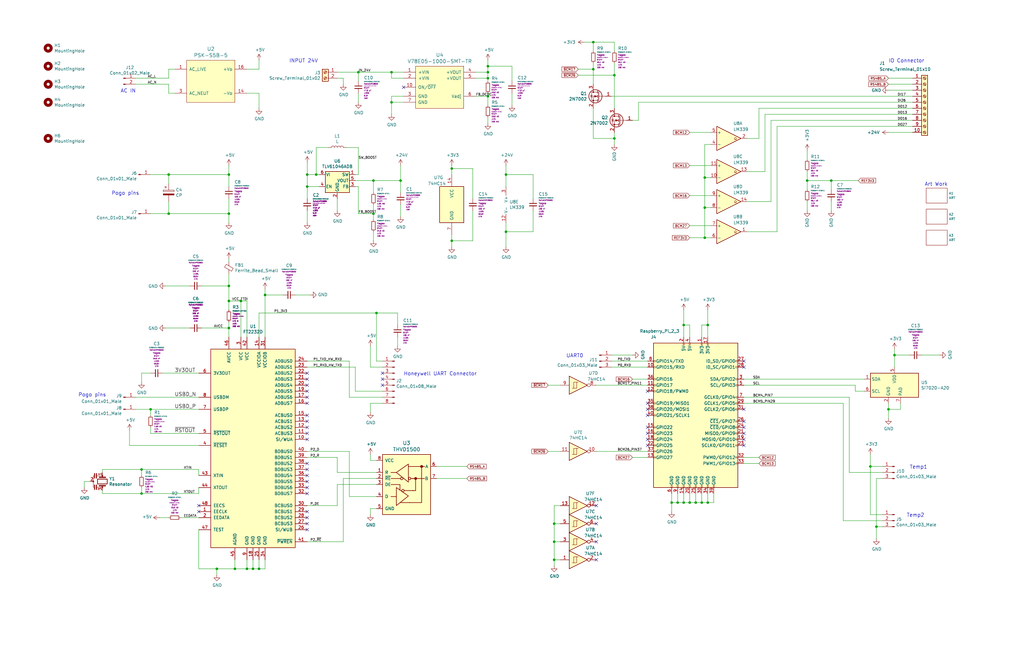
<source format=kicad_sch>
(kicad_sch (version 20211123) (generator eeschema)
  (paper "B")
  (title_block (title "Pi Zero Weather Base") (date "2019-10-07") (rev "0.1"))
  (junction (at 109.22 240.03))
  (junction (at 91.44 240.03))
  (junction (at 298.45 137.16))
  (junction (at 233.68 228.6))
  (junction (at 205.74 33.02))
  (junction (at 96.52 90.17))
  (junction (at 205.74 30.48))
  (junction (at 205.74 27.94))
  (junction (at 297.18 87.63))
  (junction (at 190.5 71.12))
  (junction (at 288.29 137.16))
  (junction (at 96.52 73.66))
  (junction (at 129.54 78.74))
  (junction (at 369.57 222.25))
  (junction (at 96.52 127))
  (junction (at 293.37 212.09))
  (junction (at 168.91 76.2))
  (junction (at 71.12 73.66))
  (junction (at 298.45 212.09))
  (junction (at 63.5 172.72))
  (junction (at 151.13 30.48))
  (junction (at 59.69 208.28))
  (junction (at 213.36 97.79))
  (junction (at 374.65 172.72))
  (junction (at 104.14 240.03))
  (junction (at 205.74 40.64))
  (junction (at 297.18 100.33))
  (junction (at 367.03 196.85))
  (junction (at 213.36 73.66))
  (junction (at 285.75 212.09))
  (junction (at 99.06 240.03))
  (junction (at 250.19 17.78))
  (junction (at 340.36 76.2))
  (junction (at 157.48 90.17))
  (junction (at 297.18 74.93))
  (junction (at 96.52 120.65))
  (junction (at 377.19 149.86))
  (junction (at 233.68 220.98))
  (junction (at 259.08 31.75))
  (junction (at 59.69 198.12))
  (junction (at 295.91 212.09))
  (junction (at 71.12 90.17))
  (junction (at 290.83 212.09))
  (junction (at 129.54 73.66))
  (junction (at 101.6 127))
  (junction (at 283.21 212.09))
  (junction (at 158.75 132.08))
  (junction (at 250.19 29.21))
  (junction (at 233.68 236.22))
  (junction (at 165.1 30.48))
  (junction (at 133.35 73.66))
  (junction (at 111.76 124.46))
  (junction (at 165.1 43.18))
  (junction (at 259.08 58.42))
  (junction (at 96.52 138.43))
  (junction (at 190.5 101.6))
  (junction (at 350.52 76.2))
  (junction (at 288.29 212.09))
  (junction (at 157.48 76.2))
  (junction (at 106.68 240.03))
  (no_connect (at 129.54 223.52))
  (no_connect (at 273.05 180.34))
  (no_connect (at 273.05 187.96))
  (no_connect (at 273.05 182.88))
  (no_connect (at 129.54 185.42))
  (no_connect (at 313.69 152.4))
  (no_connect (at 83.82 215.9))
  (no_connect (at 161.29 160.02))
  (no_connect (at 129.54 157.48))
  (no_connect (at 251.46 236.22))
  (no_connect (at 251.46 213.36))
  (no_connect (at 129.54 205.74))
  (no_connect (at 129.54 218.44))
  (no_connect (at 129.54 177.8))
  (no_connect (at 129.54 215.9))
  (no_connect (at 129.54 180.34))
  (no_connect (at 83.82 213.36))
  (no_connect (at 273.05 175.26))
  (no_connect (at 129.54 162.56))
  (no_connect (at 129.54 182.88))
  (no_connect (at 273.05 172.72))
  (no_connect (at 129.54 195.58))
  (no_connect (at 129.54 165.1))
  (no_connect (at 251.46 228.6))
  (no_connect (at 129.54 175.26))
  (no_connect (at 313.69 180.34))
  (no_connect (at 251.46 220.98))
  (no_connect (at 129.54 203.2))
  (no_connect (at 161.29 157.48))
  (no_connect (at 313.69 187.96))
  (no_connect (at 273.05 170.18))
  (no_connect (at 313.69 185.42))
  (no_connect (at 273.05 165.1))
  (no_connect (at 129.54 208.28))
  (no_connect (at 129.54 160.02))
  (no_connect (at 313.69 177.8))
  (no_connect (at 313.69 154.94))
  (no_connect (at 170.18 36.83))
  (no_connect (at 129.54 220.98))
  (no_connect (at 313.69 172.72))
  (no_connect (at 313.69 182.88))
  (no_connect (at 273.05 185.42))
  (no_connect (at 129.54 167.64))
  (no_connect (at 129.54 198.12))
  (no_connect (at 129.54 200.66))
  (no_connect (at 129.54 170.18))
  (no_connect (at 161.29 162.56))
  (wire (pts (xy 99.06 236.22) (xy 99.06 240.03)))
  (wire (pts (xy 298.45 212.09) (xy 295.91 212.09)))
  (wire (pts (xy 205.74 40.64) (xy 205.74 39.37)))
  (wire (pts (xy 71.12 35.56) (xy 71.12 39.37)))
  (wire (pts (xy 372.11 219.71) (xy 355.6 219.71)))
  (wire (pts (xy 199.39 88.9) (xy 199.39 101.6)))
  (wire (pts (xy 168.91 69.85) (xy 168.91 76.2)))
  (wire (pts (xy 273.05 152.4) (xy 257.81 152.4)))
  (wire (pts (xy 295.91 137.16) (xy 298.45 137.16)))
  (wire (pts (xy 288.29 137.16) (xy 288.29 130.81)))
  (wire (pts (xy 149.86 154.94) (xy 149.86 165.1)))
  (wire (pts (xy 156.21 191.77) (xy 156.21 194.31)))
  (wire (pts (xy 165.1 48.26) (xy 165.1 43.18)))
  (wire (pts (xy 313.69 160.02) (xy 364.49 160.02)))
  (wire (pts (xy 259.08 60.96) (xy 259.08 58.42)))
  (wire (pts (xy 142.24 88.9) (xy 142.24 83.82)))
  (wire (pts (xy 205.74 27.94) (xy 205.74 30.48)))
  (wire (pts (xy 297.18 60.96) (xy 297.18 74.93)))
  (wire (pts (xy 231.14 162.56) (xy 236.22 162.56)))
  (wire (pts (xy 243.84 29.21) (xy 250.19 29.21)))
  (wire (pts (xy 109.22 29.21) (xy 104.14 29.21)))
  (wire (pts (xy 96.52 78.74) (xy 96.52 73.66)))
  (wire (pts (xy 367.03 217.17) (xy 367.03 196.85)))
  (wire (pts (xy 59.69 205.74) (xy 59.69 208.28)))
  (wire (pts (xy 325.12 85.09) (xy 314.96 85.09)))
  (wire (pts (xy 190.5 69.85) (xy 190.5 71.12)))
  (wire (pts (xy 157.48 90.17) (xy 157.48 92.71)))
  (wire (pts (xy 314.96 58.42) (xy 320.04 58.42)))
  (wire (pts (xy 205.74 33.02) (xy 200.66 33.02)))
  (wire (pts (xy 167.64 146.05) (xy 167.64 142.24)))
  (wire (pts (xy 106.68 240.03) (xy 104.14 240.03)))
  (wire (pts (xy 158.75 201.93) (xy 144.78 201.93)))
  (wire (pts (xy 355.6 219.71) (xy 355.6 170.18)))
  (wire (pts (xy 129.54 93.98) (xy 129.54 88.9)))
  (wire (pts (xy 111.76 240.03) (xy 109.22 240.03)))
  (wire (pts (xy 299.72 69.85) (xy 290.83 69.85)))
  (wire (pts (xy 96.52 83.82) (xy 96.52 90.17)))
  (wire (pts (xy 384.81 33.02) (xy 374.65 33.02)))
  (wire (pts (xy 43.18 207.01) (xy 43.18 208.28)))
  (wire (pts (xy 57.15 33.02) (xy 71.12 33.02)))
  (wire (pts (xy 142.24 213.36) (xy 142.24 204.47)))
  (wire (pts (xy 384.81 50.8) (xy 325.12 50.8)))
  (wire (pts (xy 259.08 55.88) (xy 259.08 58.42)))
  (wire (pts (xy 340.36 85.09) (xy 340.36 88.9)))
  (wire (pts (xy 273.05 193.04) (xy 266.7 193.04)))
  (wire (pts (xy 190.5 104.14) (xy 190.5 101.6)))
  (wire (pts (xy 200.66 30.48) (xy 205.74 30.48)))
  (wire (pts (xy 215.9 44.45) (xy 215.9 39.37)))
  (wire (pts (xy 374.65 170.18) (xy 374.65 172.72)))
  (wire (pts (xy 63.5 180.34) (xy 63.5 182.88)))
  (wire (pts (xy 367.03 191.77) (xy 367.03 196.85)))
  (wire (pts (xy 156.21 173.99) (xy 156.21 170.18)))
  (wire (pts (xy 129.54 213.36) (xy 142.24 213.36)))
  (wire (pts (xy 259.08 31.75) (xy 259.08 45.72)))
  (wire (pts (xy 273.05 162.56) (xy 251.46 162.56)))
  (wire (pts (xy 109.22 236.22) (xy 109.22 240.03)))
  (wire (pts (xy 205.74 52.07) (xy 205.74 49.53)))
  (wire (pts (xy 374.65 38.1) (xy 384.81 38.1)))
  (wire (pts (xy 250.19 26.67) (xy 250.19 29.21)))
  (wire (pts (xy 71.12 33.02) (xy 71.12 29.21)))
  (wire (pts (xy 299.72 74.93) (xy 297.18 74.93)))
  (wire (pts (xy 151.13 78.74) (xy 151.13 90.17)))
  (wire (pts (xy 165.1 43.18) (xy 165.1 40.64)))
  (wire (pts (xy 119.38 124.46) (xy 111.76 124.46)))
  (wire (pts (xy 350.52 76.2) (xy 340.36 76.2)))
  (wire (pts (xy 355.6 170.18) (xy 313.69 170.18)))
  (wire (pts (xy 290.83 55.88) (xy 299.72 55.88)))
  (wire (pts (xy 367.03 196.85) (xy 372.11 196.85)))
  (wire (pts (xy 147.32 152.4) (xy 147.32 167.64)))
  (wire (pts (xy 322.58 48.26) (xy 322.58 72.39)))
  (wire (pts (xy 259.08 21.59) (xy 259.08 17.78)))
  (wire (pts (xy 320.04 45.72) (xy 384.81 45.72)))
  (wire (pts (xy 377.19 147.32) (xy 377.19 149.86)))
  (wire (pts (xy 259.08 17.78) (xy 250.19 17.78)))
  (wire (pts (xy 156.21 217.17) (xy 156.21 214.63)))
  (wire (pts (xy 299.72 87.63) (xy 297.18 87.63)))
  (wire (pts (xy 149.86 73.66) (xy 151.13 73.66)))
  (wire (pts (xy 358.14 199.39) (xy 358.14 167.64)))
  (wire (pts (xy 106.68 236.22) (xy 106.68 240.03)))
  (wire (pts (xy 144.78 35.56) (xy 144.78 33.02)))
  (wire (pts (xy 167.64 137.16) (xy 167.64 132.08)))
  (wire (pts (xy 257.81 40.64) (xy 384.81 40.64)))
  (wire (pts (xy 320.04 193.04) (xy 313.69 193.04)))
  (wire (pts (xy 266.7 149.86) (xy 257.81 149.86)))
  (wire (pts (xy 165.1 40.64) (xy 170.18 40.64)))
  (wire (pts (xy 361.95 76.2) (xy 350.52 76.2)))
  (wire (pts (xy 142.24 199.39) (xy 142.24 193.04)))
  (wire (pts (xy 297.18 87.63) (xy 297.18 100.33)))
  (wire (pts (xy 224.79 88.9) (xy 224.79 97.79)))
  (wire (pts (xy 83.82 223.52) (xy 83.82 240.03)))
  (wire (pts (xy 233.68 238.76) (xy 233.68 236.22)))
  (wire (pts (xy 147.32 190.5) (xy 147.32 209.55)))
  (wire (pts (xy 372.11 217.17) (xy 367.03 217.17)))
  (wire (pts (xy 147.32 152.4) (xy 129.54 152.4)))
  (wire (pts (xy 288.29 142.24) (xy 288.29 137.16)))
  (wire (pts (xy 69.85 138.43) (xy 80.01 138.43)))
  (wire (pts (xy 59.69 157.48) (xy 63.5 157.48)))
  (wire (pts (xy 236.22 236.22) (xy 233.68 236.22)))
  (wire (pts (xy 266.7 160.02) (xy 273.05 160.02)))
  (wire (pts (xy 358.14 167.64) (xy 313.69 167.64)))
  (wire (pts (xy 91.44 242.57) (xy 91.44 240.03)))
  (wire (pts (xy 161.29 167.64) (xy 147.32 167.64)))
  (wire (pts (xy 224.79 97.79) (xy 213.36 97.79)))
  (wire (pts (xy 369.57 222.25) (xy 369.57 201.93)))
  (wire (pts (xy 99.06 240.03) (xy 104.14 240.03)))
  (wire (pts (xy 151.13 62.23) (xy 146.05 62.23)))
  (wire (pts (xy 372.11 222.25) (xy 369.57 222.25)))
  (wire (pts (xy 151.13 90.17) (xy 157.48 90.17)))
  (wire (pts (xy 199.39 71.12) (xy 190.5 71.12)))
  (wire (pts (xy 59.69 198.12) (xy 43.18 198.12)))
  (wire (pts (xy 85.09 120.65) (xy 96.52 120.65)))
  (wire (pts (xy 184.15 201.93) (xy 196.85 201.93)))
  (wire (pts (xy 290.83 100.33) (xy 297.18 100.33)))
  (wire (pts (xy 285.75 212.09) (xy 283.21 212.09)))
  (wire (pts (xy 372.11 199.39) (xy 358.14 199.39)))
  (wire (pts (xy 149.86 165.1) (xy 161.29 165.1)))
  (wire (pts (xy 250.19 45.72) (xy 250.19 58.42)))
  (wire (pts (xy 170.18 30.48) (xy 165.1 30.48)))
  (wire (pts (xy 379.73 170.18) (xy 379.73 172.72)))
  (wire (pts (xy 290.83 137.16) (xy 288.29 137.16)))
  (wire (pts (xy 133.35 62.23) (xy 138.43 62.23)))
  (wire (pts (xy 156.21 154.94) (xy 161.29 154.94)))
  (wire (pts (xy 96.52 135.89) (xy 96.52 138.43)))
  (wire (pts (xy 101.6 142.24) (xy 101.6 127)))
  (wire (pts (xy 297.18 74.93) (xy 297.18 87.63)))
  (wire (pts (xy 340.36 63.5) (xy 340.36 67.31)))
  (wire (pts (xy 290.83 208.28) (xy 290.83 212.09)))
  (wire (pts (xy 283.21 212.09) (xy 283.21 215.9)))
  (wire (pts (xy 298.45 208.28) (xy 298.45 212.09)))
  (wire (pts (xy 156.21 194.31) (xy 158.75 194.31)))
  (wire (pts (xy 96.52 93.98) (xy 96.52 90.17)))
  (wire (pts (xy 199.39 83.82) (xy 199.39 71.12)))
  (wire (pts (xy 250.19 58.42) (xy 259.08 58.42)))
  (wire (pts (xy 129.54 68.58) (xy 129.54 73.66)))
  (wire (pts (xy 236.22 228.6) (xy 233.68 228.6)))
  (wire (pts (xy 224.79 83.82) (xy 224.79 73.66)))
  (wire (pts (xy 57.15 35.56) (xy 71.12 35.56)))
  (wire (pts (xy 129.54 73.66) (xy 129.54 78.74)))
  (wire (pts (xy 133.35 73.66) (xy 129.54 73.66)))
  (wire (pts (xy 320.04 58.42) (xy 320.04 45.72)))
  (wire (pts (xy 83.82 198.12) (xy 59.69 198.12)))
  (wire (pts (xy 369.57 227.33) (xy 369.57 222.25)))
  (wire (pts (xy 157.48 76.2) (xy 149.86 76.2)))
  (wire (pts (xy 83.82 240.03) (xy 91.44 240.03)))
  (wire (pts (xy 213.36 97.79) (xy 213.36 104.14)))
  (wire (pts (xy 149.86 78.74) (xy 151.13 78.74)))
  (wire (pts (xy 233.68 220.98) (xy 233.68 213.36)))
  (wire (pts (xy 71.12 85.09) (xy 71.12 90.17)))
  (wire (pts (xy 190.5 101.6) (xy 190.5 99.06)))
  (wire (pts (xy 129.54 154.94) (xy 149.86 154.94)))
  (wire (pts (xy 283.21 208.28) (xy 283.21 212.09)))
  (wire (pts (xy 35.56 203.2) (xy 38.1 203.2)))
  (wire (pts (xy 215.9 27.94) (xy 205.74 27.94)))
  (wire (pts (xy 288.29 208.28) (xy 288.29 212.09)))
  (wire (pts (xy 144.78 33.02) (xy 142.24 33.02)))
  (wire (pts (xy 360.68 162.56) (xy 360.68 165.1)))
  (wire (pts (xy 350.52 80.01) (xy 350.52 76.2)))
  (wire (pts (xy 54.61 187.96) (xy 83.82 187.96)))
  (wire (pts (xy 151.13 34.29) (xy 151.13 30.48)))
  (wire (pts (xy 109.22 132.08) (xy 158.75 132.08)))
  (wire (pts (xy 109.22 45.72) (xy 109.22 39.37)))
  (wire (pts (xy 111.76 236.22) (xy 111.76 240.03)))
  (wire (pts (xy 285.75 208.28) (xy 285.75 212.09)))
  (wire (pts (xy 111.76 121.92) (xy 111.76 124.46)))
  (wire (pts (xy 109.22 25.4) (xy 109.22 29.21)))
  (wire (pts (xy 246.38 17.78) (xy 250.19 17.78)))
  (wire (pts (xy 290.83 212.09) (xy 288.29 212.09)))
  (wire (pts (xy 288.29 212.09) (xy 285.75 212.09)))
  (wire (pts (xy 101.6 127) (xy 104.14 127)))
  (wire (pts (xy 43.18 198.12) (xy 43.18 199.39)))
  (wire (pts (xy 134.62 73.66) (xy 133.35 73.66)))
  (wire (pts (xy 233.68 228.6) (xy 233.68 220.98)))
  (wire (pts (xy 85.09 138.43) (xy 96.52 138.43)))
  (wire (pts (xy 71.12 39.37) (xy 73.66 39.37)))
  (wire (pts (xy 295.91 142.24) (xy 295.91 137.16)))
  (wire (pts (xy 205.74 34.29) (xy 205.74 33.02)))
  (wire (pts (xy 129.54 78.74) (xy 134.62 78.74)))
  (wire (pts (xy 269.24 50.8) (xy 269.24 43.18)))
  (wire (pts (xy 290.83 142.24) (xy 290.83 137.16)))
  (wire (pts (xy 168.91 91.44) (xy 168.91 86.36)))
  (wire (pts (xy 205.74 44.45) (xy 205.74 40.64)))
  (wire (pts (xy 327.66 53.34) (xy 327.66 97.79)))
  (wire (pts (xy 325.12 50.8) (xy 325.12 85.09)))
  (wire (pts (xy 96.52 120.65) (xy 96.52 127)))
  (wire (pts (xy 109.22 39.37) (xy 104.14 39.37)))
  (wire (pts (xy 313.69 195.58) (xy 320.04 195.58)))
  (wire (pts (xy 298.45 137.16) (xy 298.45 142.24)))
  (wire (pts (xy 295.91 212.09) (xy 293.37 212.09)))
  (wire (pts (xy 259.08 26.67) (xy 259.08 31.75)))
  (wire (pts (xy 165.1 43.18) (xy 170.18 43.18)))
  (wire (pts (xy 269.24 43.18) (xy 384.81 43.18)))
  (wire (pts (xy 158.75 152.4) (xy 161.29 152.4)))
  (wire (pts (xy 360.68 165.1) (xy 364.49 165.1)))
  (wire (pts (xy 205.74 25.4) (xy 205.74 27.94)))
  (wire (pts (xy 293.37 212.09) (xy 290.83 212.09)))
  (wire (pts (xy 142.24 193.04) (xy 129.54 193.04)))
  (wire (pts (xy 290.83 82.55) (xy 299.72 82.55)))
  (wire (pts (xy 233.68 236.22) (xy 233.68 228.6)))
  (wire (pts (xy 156.21 170.18) (xy 161.29 170.18)))
  (wire (pts (xy 129.54 190.5) (xy 147.32 190.5)))
  (wire (pts (xy 168.91 81.28) (xy 168.91 76.2)))
  (wire (pts (xy 168.91 76.2) (xy 157.48 76.2)))
  (wire (pts (xy 35.56 205.74) (xy 35.56 203.2)))
  (wire (pts (xy 224.79 73.66) (xy 213.36 73.66)))
  (wire (pts (xy 156.21 146.05) (xy 156.21 154.94)))
  (wire (pts (xy 71.12 90.17) (xy 96.52 90.17)))
  (wire (pts (xy 250.19 29.21) (xy 250.19 35.56)))
  (wire (pts (xy 91.44 240.03) (xy 99.06 240.03)))
  (wire (pts (xy 213.36 73.66) (xy 213.36 78.74)))
  (wire (pts (xy 83.82 167.64) (xy 57.15 167.64)))
  (wire (pts (xy 205.74 30.48) (xy 205.74 33.02)))
  (wire (pts (xy 59.69 208.28) (xy 83.82 208.28)))
  (wire (pts (xy 71.12 77.47) (xy 71.12 73.66)))
  (wire (pts (xy 57.15 172.72) (xy 63.5 172.72)))
  (wire (pts (xy 71.12 90.17) (xy 63.5 90.17)))
  (wire (pts (xy 71.12 29.21) (xy 73.66 29.21)))
  (wire (pts (xy 151.13 30.48) (xy 142.24 30.48)))
  (wire (pts (xy 293.37 208.28) (xy 293.37 212.09)))
  (wire (pts (xy 350.52 88.9) (xy 350.52 85.09)))
  (wire (pts (xy 109.22 142.24) (xy 109.22 132.08)))
  (wire (pts (xy 190.5 71.12) (xy 190.5 73.66)))
  (wire (pts (xy 167.64 132.08) (xy 158.75 132.08)))
  (wire (pts (xy 68.58 157.48) (xy 83.82 157.48)))
  (wire (pts (xy 369.57 201.93) (xy 372.11 201.93)))
  (wire (pts (xy 157.48 97.79) (xy 157.48 101.6)))
  (wire (pts (xy 151.13 73.66) (xy 151.13 62.23)))
  (wire (pts (xy 96.52 127) (xy 101.6 127)))
  (wire (pts (xy 200.66 40.64) (xy 205.74 40.64)))
  (wire (pts (xy 215.9 34.29) (xy 215.9 27.94)))
  (wire (pts (xy 396.24 149.86) (xy 388.62 149.86)))
  (wire (pts (xy 76.2 218.44) (xy 83.82 218.44)))
  (wire (pts (xy 130.81 124.46) (xy 124.46 124.46)))
  (wire (pts (xy 71.12 218.44) (xy 67.31 218.44)))
  (wire (pts (xy 142.24 204.47) (xy 158.75 204.47)))
  (wire (pts (xy 59.69 200.66) (xy 59.69 198.12)))
  (wire (pts (xy 59.69 161.29) (xy 59.69 157.48)))
  (wire (pts (xy 111.76 124.46) (xy 111.76 142.24)))
  (wire (pts (xy 63.5 172.72) (xy 83.82 172.72)))
  (wire (pts (xy 297.18 100.33) (xy 299.72 100.33)))
  (wire (pts (xy 313.69 162.56) (xy 360.68 162.56)))
  (wire (pts (xy 322.58 72.39) (xy 314.96 72.39)))
  (wire (pts (xy 129.54 83.82) (xy 129.54 78.74)))
  (wire (pts (xy 266.7 50.8) (xy 269.24 50.8)))
  (wire (pts (xy 96.52 138.43) (xy 96.52 142.24)))
  (wire (pts (xy 384.81 35.56) (xy 374.65 35.56)))
  (wire (pts (xy 236.22 190.5) (xy 231.14 190.5)))
  (wire (pts (xy 165.1 30.48) (xy 151.13 30.48)))
  (wire (pts (xy 236.22 220.98) (xy 233.68 220.98)))
  (wire (pts (xy 83.82 200.66) (xy 83.82 198.12)))
  (wire (pts (xy 300.99 208.28) (xy 300.99 212.09)))
  (wire (pts (xy 374.65 55.88) (xy 384.81 55.88)))
  (wire (pts (xy 151.13 39.37) (xy 151.13 43.18)))
  (wire (pts (xy 158.75 199.39) (xy 142.24 199.39)))
  (wire (pts (xy 243.84 31.75) (xy 259.08 31.75)))
  (wire (pts (xy 157.48 86.36) (xy 157.48 90.17)))
  (wire (pts (xy 340.36 76.2) (xy 340.36 80.01)))
  (wire (pts (xy 340.36 72.39) (xy 340.36 76.2)))
  (wire (pts (xy 213.36 69.85) (xy 213.36 73.66)))
  (wire (pts (xy 96.52 115.57) (xy 96.52 120.65)))
  (wire (pts (xy 104.14 142.24) (xy 104.14 127)))
  (wire (pts (xy 133.35 73.66) (xy 133.35 62.23)))
  (wire (pts (xy 213.36 93.98) (xy 213.36 97.79)))
  (wire (pts (xy 383.54 149.86) (xy 377.19 149.86)))
  (wire (pts (xy 379.73 172.72) (xy 374.65 172.72)))
  (wire (pts (xy 377.19 149.86) (xy 377.19 154.94)))
  (wire (pts (xy 96.52 130.81) (xy 96.52 127)))
  (wire (pts (xy 63.5 175.26) (xy 63.5 172.72)))
  (wire (pts (xy 156.21 214.63) (xy 158.75 214.63)))
  (wire (pts (xy 374.65 172.72) (xy 374.65 176.53)))
  (wire (pts (xy 109.22 240.03) (xy 106.68 240.03)))
  (wire (pts (xy 184.15 196.85) (xy 196.85 196.85)))
  (wire (pts (xy 384.81 48.26) (xy 322.58 48.26)))
  (wire (pts (xy 43.18 208.28) (xy 59.69 208.28)))
  (wire (pts (xy 96.52 69.85) (xy 96.52 73.66)))
  (wire (pts (xy 199.39 101.6) (xy 190.5 101.6)))
  (wire (pts (xy 250.19 21.59) (xy 250.19 17.78)))
  (wire (pts (xy 170.18 33.02) (xy 165.1 33.02)))
  (wire (pts (xy 158.75 132.08) (xy 158.75 152.4)))
  (wire (pts (xy 299.72 60.96) (xy 297.18 60.96)))
  (wire (pts (xy 63.5 182.88) (xy 83.82 182.88)))
  (wire (pts (xy 71.12 73.66) (xy 63.5 73.66)))
  (wire (pts (xy 144.78 228.6) (xy 129.54 228.6)))
  (wire (pts (xy 54.61 181.61) (xy 54.61 187.96)))
  (wire (pts (xy 300.99 212.09) (xy 298.45 212.09)))
  (wire (pts (xy 384.81 53.34) (xy 327.66 53.34)))
  (wire (pts (xy 165.1 33.02) (xy 165.1 30.48)))
  (wire (pts (xy 295.91 208.28) (xy 295.91 212.09)))
  (wire (pts (xy 299.72 95.25) (xy 290.83 95.25)))
  (wire (pts (xy 233.68 213.36) (xy 236.22 213.36)))
  (wire (pts (xy 327.66 97.79) (xy 314.96 97.79)))
  (wire (pts (xy 147.32 209.55) (xy 158.75 209.55)))
  (wire (pts (xy 69.85 120.65) (xy 80.01 120.65)))
  (wire (pts (xy 83.82 208.28) (xy 83.82 205.74)))
  (wire (pts (xy 71.12 73.66) (xy 96.52 73.66)))
  (wire (pts (xy 298.45 130.81) (xy 298.45 137.16)))
  (wire (pts (xy 144.78 201.93) (xy 144.78 228.6)))
  (wire (pts (xy 273.05 154.94) (xy 257.81 154.94)))
  (wire (pts (xy 96.52 109.22) (xy 96.52 110.49)))
  (wire (pts (xy 104.14 236.22) (xy 104.14 240.03)))
  (wire (pts (xy 157.48 81.28) (xy 157.48 76.2)))
  (wire (pts (xy 251.46 190.5) (xy 273.05 190.5)))
  (text "Temp2" (at 382.27 218.44 0) (effects (font (size 1.524 1.524)) (justify left bottom)))
  (text "INPUT 24V" (at 121.92 26.67 0) (effects (font (size 1.524 1.524)) (justify left bottom)))
  (text "Pogo pins" (at 46.99 82.55 0) (effects (font (size 1.524 1.524)) (justify left bottom)))
  (text "Temp1" (at 383.54 198.12 0) (effects (font (size 1.524 1.524)) (justify left bottom)))
  (text "AC IN" (at 50.8 39.37 0) (effects (font (size 1.524 1.524)) (justify left bottom)))
  (text "Pogo pins" (at 33.02 167.64 0) (effects (font (size 1.524 1.524)) (justify left bottom)))
  (text "IO Connector" (at 374.65 26.67 0) (effects (font (size 1.524 1.524)) (justify left bottom)))
  (text "Art Work" (at 389.89 78.74 0) (effects (font (size 1.524 1.524)) (justify left bottom)))
  (text "Honeywell UART Connector" (at 170.18 158.75 0) (effects (font (size 1.524 1.524)) (justify left bottom)))
  (text "UART0" (at 238.76 151.13 0) (effects (font (size 1.524 1.524)) (justify left bottom)))
  (label "DO27" (at 378.46 53.34 0) (effects (font (size 0.9906 0.9906))))
  (label "USBD_P" (at 73.66 172.72 0) (effects (font (size 1.524 1.524))))
  (label "SDA" (at 317.5 160.02 0) (effects (font (size 0.9906 0.9906))))
  (label "IN_24V" (at 151.13 30.48 0) (effects (font (size 0.9906 0.9906))))
  (label "P0_TXD" (at 260.35 152.4 0) (effects (font (size 0.9906 0.9906))))
  (label "FB_DCDC" (at 200.66 40.64 0) (effects (font (size 0.9906 0.9906))))
  (label "USBD_N" (at 73.66 167.64 0) (effects (font (size 1.524 1.524))))
  (label "P2_~{RE}" (at 130.81 228.6 0) (effects (font (size 0.9906 0.9906))))
  (label "XTOUT" (at 77.47 208.28 0) (effects (font (size 0.9906 0.9906))))
  (label "P2_D" (at 130.81 190.5 0) (effects (font (size 0.9906 0.9906))))
  (label "P0_RXD" (at 260.35 154.94 0) (effects (font (size 0.9906 0.9906))))
  (label "DI17" (at 378.46 40.64 0) (effects (font (size 0.9906 0.9906))))
  (label "FB_BOOST" (at 151.13 90.17 0) (effects (font (size 0.9906 0.9906))))
  (label "P1_RXD_HW_TXD" (at 132.08 154.94 0) (effects (font (size 0.9906 0.9906))))
  (label "BCM4_PIN7" (at 317.5 167.64 0) (effects (font (size 0.9906 0.9906))))
  (label "P_DE" (at 130.81 213.36 0) (effects (font (size 0.9906 0.9906))))
  (label "BCM17_PIN11" (at 260.35 162.56 0) (effects (font (size 0.9906 0.9906))))
  (label "DO16" (at 378.46 50.8 0) (effects (font (size 0.9906 0.9906))))
  (label "3V3OUT" (at 73.66 157.48 0) (effects (font (size 1.524 1.524))))
  (label "AC_N" (at 62.23 35.56 0) (effects (font (size 0.9906 0.9906))))
  (label "P1_TXD_HW_RXD" (at 132.08 152.4 0) (effects (font (size 0.9906 0.9906))))
  (label "BCM26_PIN37" (at 260.35 190.5 0) (effects (font (size 0.9906 0.9906))))
  (label "SCL" (at 317.5 162.56 0) (effects (font (size 0.9906 0.9906))))
  (label "DO13" (at 378.46 48.26 0) (effects (font (size 0.9906 0.9906))))
  (label "AC_L" (at 62.23 33.02 0) (effects (font (size 0.9906 0.9906))))
  (label "DO12" (at 378.46 45.72 0) (effects (font (size 0.9906 0.9906))))
  (label "P2_R" (at 130.81 193.04 0) (effects (font (size 0.9906 0.9906))))
  (label "DI26" (at 378.46 43.18 0) (effects (font (size 0.9906 0.9906))))
  (label "P1_3V3" (at 115.57 132.08 0) (effects (font (size 0.9906 0.9906))))
  (label "XTIN" (at 77.47 198.12 0) (effects (font (size 0.9906 0.9906))))
  (label "EEDATA" (at 77.47 218.44 0) (effects (font (size 0.9906 0.9906))))
  (label "AVCC" (at 90.17 138.43 0) (effects (font (size 0.9906 0.9906))))
  (label "BCM5_PIN29" (at 317.5 170.18 0) (effects (font (size 0.9906 0.9906))))
  (label "VCC_FTDI" (at 97.79 127 0) (effects (font (size 0.9906 0.9906))))
  (label "~{RSTOUT}" (at 73.66 182.88 0) (effects (font (size 1.524 1.524))))
  (label "SW_BOOST" (at 151.13 67.31 0) (effects (font (size 0.9906 0.9906))))
  (global_label "BCM12" (shape input) (at 290.83 55.88 180) (effects (font (size 0.9906 0.9906))) (property "Intersheet References" "${INTERSHEET_REFS}" (effects hide)))
  (global_label "~{BCM17}" (shape input) (at 243.84 29.21 180) (effects (font (size 0.9906 0.9906))) (property "Intersheet References" "${INTERSHEET_REFS}" (effects hide)))
  (global_label "~{BCM26}" (shape input) (at 231.14 190.5 180) (effects (font (size 0.9906 0.9906))) (property "Intersheet References" "${INTERSHEET_REFS}" (effects hide)))
  (global_label "RS485_B" (shape input) (at 374.65 35.56 180) (effects (font (size 0.9906 0.9906))) (property "Intersheet References" "${INTERSHEET_REFS}" (effects hide)))
  (global_label "REF3V3" (shape input) (at 361.95 76.2 0) (effects (font (size 0.9906 0.9906))) (property "Intersheet References" "${INTERSHEET_REFS}" (effects hide)))
  (global_label "BCM16" (shape input) (at 290.83 82.55 180) (effects (font (size 0.9906 0.9906))) (property "Intersheet References" "${INTERSHEET_REFS}" (effects hide)))
  (global_label "~{BCM26}" (shape input) (at 243.84 31.75 180) (effects (font (size 0.9906 0.9906))) (property "Intersheet References" "${INTERSHEET_REFS}" (effects hide)))
  (global_label "RS485_A" (shape input) (at 196.85 196.85 0) (effects (font (size 0.9906 0.9906))) (property "Intersheet References" "${INTERSHEET_REFS}" (effects hide)))
  (global_label "BCM13" (shape input) (at 290.83 69.85 180) (effects (font (size 0.9906 0.9906))) (property "Intersheet References" "${INTERSHEET_REFS}" (effects hide)))
  (global_label "RS485_A" (shape input) (at 374.65 33.02 180) (effects (font (size 0.9906 0.9906))) (property "Intersheet References" "${INTERSHEET_REFS}" (effects hide)))
  (global_label "REF3V3" (shape input) (at 290.83 100.33 180) (effects (font (size 0.9906 0.9906))) (property "Intersheet References" "${INTERSHEET_REFS}" (effects hide)))
  (global_label "BCM13" (shape input) (at 320.04 195.58 0) (effects (font (size 0.9906 0.9906))) (property "Intersheet References" "${INTERSHEET_REFS}" (effects hide)))
  (global_label "~{BCM17}" (shape input) (at 231.14 162.56 180) (effects (font (size 0.9906 0.9906))) (property "Intersheet References" "${INTERSHEET_REFS}" (effects hide)))
  (global_label "BCM27" (shape input) (at 290.83 95.25 180) (effects (font (size 0.9906 0.9906))) (property "Intersheet References" "${INTERSHEET_REFS}" (effects hide)))
  (global_label "RS485_B" (shape input) (at 196.85 201.93 0) (effects (font (size 0.9906 0.9906))) (property "Intersheet References" "${INTERSHEET_REFS}" (effects hide)))
  (global_label "BCM16" (shape input) (at 266.7 160.02 180) (effects (font (size 0.9906 0.9906))) (property "Intersheet References" "${INTERSHEET_REFS}" (effects hide)))
  (global_label "BCM27" (shape input) (at 266.7 193.04 180) (effects (font (size 0.9906 0.9906))) (property "Intersheet References" "${INTERSHEET_REFS}" (effects hide)))
  (global_label "BCM12" (shape input) (at 320.04 193.04 0) (effects (font (size 0.9906 0.9906))) (property "Intersheet References" "${INTERSHEET_REFS}" (effects hide)))
  (symbol (lib_id "Mechanical:MountingHole") (at 20.32 27.94 0) (unit 1)
    (property "Reference" "H2" (at 22.86 26.7716 0) (effects (justify left)))
    (property "Value" "MountingHole" (at 22.86 29.083 0) (effects (justify left)))
    (property "Footprint" "Main:RPi_Hat_Mounting_Hole" (effects hide))
  )
  (symbol (lib_id "Mechanical:MountingHole") (at 20.32 35.56 0) (unit 1)
    (property "Reference" "H3" (at 22.86 34.3916 0) (effects (justify left)))
    (property "Value" "MountingHole" (at 22.86 36.703 0) (effects (justify left)))
    (property "Footprint" "Main:RPi_Hat_Mounting_Hole" (effects hide))
  )
  (symbol (lib_id "Mechanical:MountingHole") (at 20.32 43.18 0) (unit 1)
    (property "Reference" "H4" (at 22.86 42.0116 0) (effects (justify left)))
    (property "Value" "MountingHole" (at 22.86 44.323 0) (effects (justify left)))
    (property "Footprint" "Main:RPi_Hat_Mounting_Hole" (effects hide))
  )
  (symbol (lib_id "Connector:Conn_01x08_Male") (at 166.37 160.02 0) (mirror y) (unit 1)
    (property "Reference" "J2" (at 167.0558 160.7058 0) (effects (justify right)))
    (property "Value" "Conn_01x08_Male" (at 167.0558 163.0172 0) (effects (justify right)))
    (property "Footprint" "Main:PICOBLADE_FEMALE_8" (effects hide))
    (property "Manufacturer" "Molex" (effects hide))
    (property "MPN" "0530480810" (effects hide))
  )
  (symbol (lib_id "Connector:Raspberry_Pi_2_3") (at 293.37 175.26 0) (unit 1)
    (property "Reference" "J4" (at 275.59 142.24 0))
    (property "Value" "Raspberry_Pi_2_3" (at 278.13 139.7 0))
    (property "Footprint" "Main:RPi_2x20_SMT" (effects hide))
    (property "Datasheet" "https://www.raspberrypi.org/documentation/hardware/raspberrypi/schematics/rpi_SCH_3bplus_1p0_reduced.pdf" (effects hide))
    (property "Manufacturer" "Harwin Inc." (effects hide))
    (property "MPN" "M20-7812045R" (effects hide))
  )
  (symbol (lib_id "Interface_USB:FT2232D") (at 106.68 190.5 0) (unit 1)
    (property "Reference" "U1" (at 106.68 137.7188 0))
    (property "Value" "FT2232D" (at 106.68 140.0302 0))
    (property "Footprint" "Package_QFP:LQFP-48_7x7mm_P0.5mm" (effects hide))
    (property "Datasheet" "http://www.ftdichip.com/Support/Documents/DataSheets/ICs/DS_FT2232D.pdf" (effects hide))
  )
  (symbol (lib_id "analog:THVD1500") (at 171.45 204.47 0) (unit 1)
    (property "Reference" "U3" (at 171.45 186.9694 0) (effects (font (size 1.524 1.524))))
    (property "Value" "THVD1500" (at 171.45 189.6618 0) (effects (font (size 1.524 1.524))))
    (property "Footprint" "Main:SOIC127P490X390X175-8" (effects hide))
    (property "Manufacturer" "Texas Instruments" (effects hide))
    (property "MPN" "THVD1500DR" (effects hide))
  )
  (symbol (lib_id "analog:PSK-S5B-5") (at 88.9 34.29 0) (unit 1)
    (property "Reference" "U2" (at 88.9 20.6502 0) (effects (font (size 1.524 1.524))))
    (property "Value" "PSK-S5B-5" (at 88.9 23.3426 0) (effects (font (size 1.524 1.524))))
    (property "Footprint" "Main:PSK-S5B-5" (effects hide))
    (property "Manufacturer" "CUI Inc." (effects hide))
    (property "MPN" "PSK-S5B-5" (effects hide))
  )
  (symbol (lib_id "Mechanical:MountingHole") (at 20.32 58.42 0) (unit 1)
    (property "Reference" "H6" (at 22.86 57.2516 0) (effects (justify left)))
    (property "Value" "MountingHole" (at 22.86 59.563 0) (effects (justify left)))
    (property "Footprint" "Main:RPi_Hat_Mounting_Hole" (effects hide))
  )
  (symbol (lib_id "Mechanical:MountingHole") (at 20.32 20.32 0) (unit 1)
    (property "Reference" "H1" (at 22.86 19.1516 0) (effects (justify left)))
    (property "Value" "MountingHole" (at 22.86 21.463 0) (effects (justify left)))
    (property "Footprint" "Main:RPi_Hat_Mounting_Hole" (effects hide))
  )
  (symbol (lib_id "analog:V78E05-1000-SMT-TR") (at 185.42 36.83 0) (unit 1)
    (property "Reference" "U4" (at 185.42 23.1902 0) (effects (font (size 1.524 1.524))))
    (property "Value" "V78E05-1000-SMT-TR" (at 185.42 25.8826 0) (effects (font (size 1.524 1.524))))
    (property "Footprint" "Main:V78E05-1000-SMT-TR" (effects hide))
    (property "Manufacturer" "CUI Inc. " (effects hide))
    (property "MPN" "V78E05-1000-SMT-TR" (effects hide))
  )
  (symbol (lib_id "Sensor_Humidity:Si7020-A20") (at 377.19 162.56 0) (unit 1)
    (property "Reference" "U5" (at 388.3914 161.3916 0) (effects (justify left)))
    (property "Value" "Si7020-A20" (at 388.3914 163.703 0) (effects (justify left)))
    (property "Footprint" "Package_DFN_QFN:DFN-6-1EP_3x3mm_P1mm_EP1.5x2.4mm" (effects hide))
    (property "Datasheet" "https://www.silabs.com/documents/public/data-sheets/Si7020-A20.pdf" (effects hide))
  )
  (symbol (lib_id "Connector:Screw_Terminal_01x10") (at 389.89 43.18 0) (unit 1)
    (property "Reference" "J1" (at 370.84 26.67 0) (effects (justify left)))
    (property "Value" "Screw_Terminal_01x10" (at 370.84 29.21 0) (effects (justify left)))
    (property "Footprint" "Main:Terminal_block_OSTVN10A150" (effects hide))
    (property "Manufacturer" "On Shore Technology Inc." (effects hide))
    (property "MPN" "OSTVN10A150" (effects hide))
  )
  (symbol (lib_id "Connector:Conn_01x01_Male") (at 58.42 73.66 0) (unit 1)
    (property "Reference" "J6" (at 57.7342 73.0758 0) (effects (justify right)))
    (property "Value" "Conn_01x01_Male" (at 57.7342 75.3872 0) (effects (justify right)))
    (property "Footprint" "Main:POGOPIN_5mm_P70-2300045R" (effects hide))
    (property "Manufacturer" "Harwin Inc." (effects hide))
    (property "MPN" "P70-2200045R" (effects hide))
  )
  (symbol (lib_id "Connector:Conn_01x03_Male") (at 377.19 219.71 0) (mirror y) (unit 1)
    (property "Reference" "J5" (at 377.8758 219.1258 0) (effects (justify right)))
    (property "Value" "Conn_01x03_Male" (at 377.8758 221.4372 0) (effects (justify right)))
    (property "Footprint" "Main:SOCKET200P-01X03-S3B-PH-K-S(LF)(SN)" (effects hide))
    (property "Manufacturer" "JST" (effects hide))
    (property "MPN" "S3B-PH-K-S(LF)(SN)" (effects hide))
  )
  (symbol (lib_id "Connector:Conn_01x03_Male") (at 377.19 199.39 0) (mirror y) (unit 1)
    (property "Reference" "J10" (at 377.8758 198.8058 0) (effects (justify right)))
    (property "Value" "Conn_01x03_Male" (at 377.8758 201.1172 0) (effects (justify right)))
    (property "Footprint" "Main:SOCKET200P-01X03-S3B-PH-K-S(LF)(SN)" (effects hide))
    (property "Manufacturer" "JST" (effects hide))
    (property "MPN" "S3B-PH-K-S(LF)(SN)" (effects hide))
  )
  (symbol (lib_id "Connector:Conn_01x03_Male") (at 252.73 152.4 0) (unit 1)
    (property "Reference" "J11" (at 252.0442 151.8158 0) (effects (justify right)))
    (property "Value" "Conn_01x03_Male" (at 252.0442 154.1272 0) (effects (justify right)))
    (property "Footprint" "Main:SOCKET200P-01X03-S3B-PH-K-S(LF)(SN)" (effects hide))
    (property "Manufacturer" "JST" (effects hide))
    (property "MPN" "S3B-PH-K-S(LF)(SN)" (effects hide))
  )
  (symbol (lib_id "Connector:Conn_01x02_Male") (at 52.07 33.02 0) (unit 1)
    (property "Reference" "J12" (at 54.7624 28.4988 0))
    (property "Value" "Conn_01x02_Male" (at 54.7624 30.8102 0))
    (property "Footprint" "Main:AC_terminal_4300.0104" (effects hide))
    (property "Manufacturer" "Schurter Inc." (effects hide))
    (property "MPN" "4300.0104" (effects hide))
  )
  (symbol (lib_id "Connector:Screw_Terminal_01x02") (at 137.16 30.48 0) (mirror y) (unit 1)
    (property "Reference" "J3" (at 135.128 30.6832 0) (effects (justify left)))
    (property "Value" "Screw_Terminal_01x02" (at 135.128 32.9946 0) (effects (justify left)))
    (property "Footprint" "Main:TerminalBlock_1X2_P5.08mm" (effects hide))
    (property "Manufacturer" "Phoenix Contact" (effects hide))
    (property "MPN" "1715721" (effects hide))
  )
  (symbol (lib_id "Connector:Conn_01x01_Male") (at 58.42 90.17 0) (unit 1)
    (property "Reference" "J7" (at 57.7342 89.5858 0) (effects (justify right)))
    (property "Value" "Conn_01x01_Male" (at 57.7342 91.8972 0) (effects (justify right)))
    (property "Footprint" "Main:POGOPIN_5mm_P70-2300045R" (effects hide))
    (property "Manufacturer" "Harwin Inc." (effects hide))
    (property "MPN" "P70-2300045R" (effects hide))
  )
  (symbol (lib_id "Connector:Conn_01x01_Male") (at 52.07 172.72 0) (unit 1)
    (property "Reference" "J8" (at 51.3842 172.1358 0) (effects (justify right)))
    (property "Value" "Conn_01x01_Male" (at 51.3842 174.4472 0) (effects (justify right)))
    (property "Footprint" "Main:POGOPIN_5mm_P70-2300045R" (effects hide))
    (property "Manufacturer" "Harwin Inc." (effects hide))
    (property "MPN" "P70-2200045" (effects hide))
  )
  (symbol (lib_id "Connector:Conn_01x01_Male") (at 52.07 167.64 0) (unit 1)
    (property "Reference" "J9" (at 51.3842 167.0558 0) (effects (justify right)))
    (property "Value" "Conn_01x01_Male" (at 51.3842 169.3672 0) (effects (justify right)))
    (property "Footprint" "Main:POGOPIN_5mm_P70-2300045R" (effects hide))
    (property "Manufacturer" "Harwin Inc." (effects hide))
    (property "MPN" "P70-2300045R" (effects hide))
  )
  (symbol (lib_id "res_smd:RC0603FR-071K5L") (at 63.5 177.8 0) (unit 1)
    (property "Reference" "R1" (at 64.9986 174.0408 0) (effects (justify left)))
    (property "Value" "RC0603FR-071K5L" (at 64.9986 175.6664 0) (effects (font (size 0.381 0.381)) (justify left)))
    (property "Footprint" "Main:RESC0603" (effects hide))
    (property "Manufacturer" "Yageo" (at 64.9986 176.8348 0) (effects (font (size 0.7112 0.7112)) (justify left)))
    (property "MPN" "RC0603FR-071K5L" (at 64.9986 177.9524 0) (effects (font (size 0.3048 0.3048)) (justify left)))
    (property "SKU" "STUFF" (at 64.9986 178.8668 0) (effects (font (size 0.508 0.508)) (justify left)))
    (property "Res" "1.50 kΩ" (at 64.9986 179.959 0) (effects (font (size 0.508 0.508)) (justify left)))
    (property "Tol" "±1%" (at 64.9986 181.0512 0) (effects (font (size 0.508 0.508)) (justify left)))
    (property "Pwr" "100 mW" (at 64.9986 182.1434 0) (effects (font (size 0.508 0.508)) (justify left)))
  )
  (symbol (lib_id "power:+5V") (at 54.61 181.61 0) (unit 1)
    (property "Reference" "#PWR0101" (effects hide))
    (property "Value" "+5V" (at 54.991 177.2158 0))
  )
  (symbol (lib_id "res_smd:RC0603FR-07475RL") (at 96.52 133.35 0) (mirror y) (unit 1)
    (property "Reference" "R3" (at 98.0186 129.5908 0) (effects (justify right)))
    (property "Value" "RC0603FR-07475RL" (at 98.0186 131.2164 0) (effects (font (size 0.381 0.381)) (justify right)))
    (property "Footprint" "Main:RESC0603" (effects hide))
    (property "Manufacturer" "Yageo" (at 98.0186 132.3848 0) (effects (font (size 0.7112 0.7112)) (justify right)))
    (property "MPN" "RC0603FR-07475RL" (at 98.0186 133.5024 0) (effects (font (size 0.3048 0.3048)) (justify right)))
    (property "SKU" "STUFF" (at 98.0186 134.4168 0) (effects (font (size 0.508 0.508)) (justify right)))
    (property "Res" "475 Ω" (at 98.0186 135.509 0) (effects (font (size 0.508 0.508)) (justify right)))
    (property "Tol" "±1%" (at 98.0186 136.6012 0) (effects (font (size 0.508 0.508)) (justify right)))
    (property "Pwr" "100 mW" (at 98.0186 137.6934 0) (effects (font (size 0.508 0.508)) (justify right)))
  )
  (symbol (lib_id "cap_smd:CC0603KRX7R9BB333") (at 66.04 157.48 270) (unit 1)
    (property "Reference" "C3" (at 66.04 145.0594 90))
    (property "Value" "CC0603KRX7R9BB333" (at 66.04 146.685 90) (effects (font (size 0.381 0.381))))
    (property "Footprint" "Main:CAPC0603" (at 66.04 147.6756 90) (effects (font (size 0.508 0.508))))
    (property "Manufacturer" "Yageo" (at 66.04 148.9456 90) (effects (font (size 0.7112 0.7112))))
    (property "MPN" "CC0603KRX7R9BB333" (effects hide))
    (property "SKU" "STUFF" (at 66.04 150.2156 90) (effects (font (size 0.508 0.508))))
    (property "C" "33.0 nF" (at 66.04 151.3078 90) (effects (font (size 0.508 0.508))))
    (property "Tol" "±10%" (at 66.04 152.4 90) (effects (font (size 0.508 0.508))))
    (property "Vmax" "50.0V" (at 66.04 153.4922 90) (effects (font (size 0.508 0.508))))
    (property "Type" "X7R" (at 66.04 154.5844 90) (effects (font (size 0.508 0.508))))
  )
  (symbol (lib_id "power:GND") (at 59.69 161.29 0) (unit 1)
    (property "Reference" "#PWR0102" (effects hide))
    (property "Value" "GND" (at 59.817 165.6842 0))
  )
  (symbol (lib_id "power:GND") (at 91.44 242.57 0) (unit 1)
    (property "Reference" "#PWR0103" (effects hide))
    (property "Value" "GND" (at 91.567 246.9642 0))
  )
  (symbol (lib_id "Device:Ferrite_Bead_Small") (at 96.52 113.03 0) (unit 1)
    (property "Reference" "FB1" (at 99.06 111.8616 0) (effects (justify left)))
    (property "Value" "Ferrite_Bead_Small" (at 99.06 114.173 0) (effects (justify left)))
    (property "Footprint" "Main:CAPC0603" (effects hide))
  )
  (symbol (lib_id "cap_smd:CC0603KRX7R9BB104") (at 96.52 81.28 0) (unit 1)
    (property "Reference" "C8" (at 98.8568 76.8096 0) (effects (justify left)))
    (property "Value" "CC0603KRX7R9BB104" (at 98.8568 78.4352 0) (effects (font (size 0.381 0.381)) (justify left)))
    (property "Footprint" "Main:CAPC0603" (at 98.8568 79.4258 0) (effects (font (size 0.508 0.508)) (justify left)))
    (property "Manufacturer" "Yageo" (at 98.8568 80.6958 0) (effects (font (size 0.7112 0.7112)) (justify left)))
    (property "MPN" "CC0603KRX7R9BB104" (effects hide))
    (property "SKU" "STUFF" (at 98.8568 81.9658 0) (effects (font (size 0.508 0.508)) (justify left)))
    (property "C" "100 nF" (at 98.8568 83.058 0) (effects (font (size 0.508 0.508)) (justify left)))
    (property "Tol" "±10%" (at 98.8568 84.1502 0) (effects (font (size 0.508 0.508)) (justify left)))
    (property "Vmax" "50.0V" (at 98.8568 85.2424 0) (effects (font (size 0.508 0.508)) (justify left)))
    (property "Type" "X7R" (at 98.8568 86.3346 0) (effects (font (size 0.508 0.508)) (justify left)))
  )
  (symbol (lib_id "power:GND") (at 96.52 93.98 0) (unit 1)
    (property "Reference" "#PWR0104" (effects hide))
    (property "Value" "GND" (at 96.647 98.3742 0))
  )
  (symbol (lib_id "Device:CP") (at 71.12 81.28 0) (unit 1)
    (property "Reference" "C4" (at 74.1172 80.1116 0) (effects (justify left)))
    (property "Value" "CP" (at 74.1172 82.423 0) (effects (justify left)))
    (property "Footprint" "Capacitor_SMD:C_1206_3216Metric" (effects hide))
  )
  (symbol (lib_id "power:GND") (at 35.56 205.74 0) (unit 1)
    (property "Reference" "#PWR0105" (effects hide))
    (property "Value" "GND" (at 35.687 210.1342 0))
  )
  (symbol (lib_id "res_smd:RC0603FR-0710KL") (at 73.66 218.44 270) (unit 1)
    (property "Reference" "R2" (at 73.66 208.28 90))
    (property "Value" "RC0603FR-0710KL" (at 73.66 209.9056 90) (effects (font (size 0.381 0.381))))
    (property "Footprint" "Main:RESC0603" (effects hide))
    (property "Manufacturer" "Yageo" (at 73.66 211.074 90) (effects (font (size 0.7112 0.7112))))
    (property "MPN" "RC0603FR-0710KL" (at 73.66 212.1916 90) (effects (font (size 0.3048 0.3048))))
    (property "SKU" "STUFF" (at 73.66 213.106 90) (effects (font (size 0.508 0.508))))
    (property "Res" "10.0 kΩ" (at 73.66 214.1982 90) (effects (font (size 0.508 0.508))))
    (property "Tol" "±1%" (at 73.66 215.2904 90) (effects (font (size 0.508 0.508))))
    (property "Pwr" "100 mW" (at 73.66 216.3826 90) (effects (font (size 0.508 0.508))))
  )
  (symbol (lib_id "power:+5V") (at 67.31 218.44 90) (unit 1)
    (property "Reference" "#PWR0106" (effects hide))
    (property "Value" "+5V" (at 64.0588 218.059 90) (effects (justify left)))
  )
  (symbol (lib_id "power:+5V") (at 96.52 69.85 0) (unit 1)
    (property "Reference" "#PWR0107" (effects hide))
    (property "Value" "+5V" (at 96.901 65.4558 0))
  )
  (symbol (lib_id "cap_smd:CC0603KRX7R9BB104") (at 82.55 138.43 270) (unit 1)
    (property "Reference" "C6" (at 82.55 126.0094 90))
    (property "Value" "CC0603KRX7R9BB104" (at 82.55 127.635 90) (effects (font (size 0.381 0.381))))
    (property "Footprint" "Main:CAPC0603" (at 82.55 128.6256 90) (effects (font (size 0.508 0.508))))
    (property "Manufacturer" "Yageo" (at 82.55 129.8956 90) (effects (font (size 0.7112 0.7112))))
    (property "MPN" "CC0603KRX7R9BB104" (effects hide))
    (property "SKU" "STUFF" (at 82.55 131.1656 90) (effects (font (size 0.508 0.508))))
    (property "C" "100 nF" (at 82.55 132.2578 90) (effects (font (size 0.508 0.508))))
    (property "Tol" "±10%" (at 82.55 133.35 90) (effects (font (size 0.508 0.508))))
    (property "Vmax" "50.0V" (at 82.55 134.4422 90) (effects (font (size 0.508 0.508))))
    (property "Type" "X7R" (at 82.55 135.5344 90) (effects (font (size 0.508 0.508))))
  )
  (symbol (lib_id "power:GND") (at 69.85 138.43 270) (unit 1)
    (property "Reference" "#PWR0108" (effects hide))
    (property "Value" "GND" (at 66.5988 138.557 90) (effects (justify right)))
  )
  (symbol (lib_id "power:GND") (at 156.21 217.17 0) (unit 1)
    (property "Reference" "#PWR0109" (effects hide))
    (property "Value" "GND" (at 156.337 221.5642 0))
  )
  (symbol (lib_id "power:+5V") (at 156.21 191.77 0) (unit 1)
    (property "Reference" "#PWR0110" (effects hide))
    (property "Value" "+5V" (at 156.591 187.3758 0))
  )
  (symbol (lib_id "power:GND") (at 283.21 215.9 0) (unit 1)
    (property "Reference" "#PWR0111" (effects hide))
    (property "Value" "GND" (at 283.337 220.2942 0))
  )
  (symbol (lib_id "Regulator_Switching:TLV61046ADB") (at 142.24 78.74 0) (unit 1)
    (property "Reference" "U6" (at 142.24 67.945 0))
    (property "Value" "TLV61046ADB" (at 142.24 70.2564 0))
    (property "Footprint" "Package_TO_SOT_SMD:SOT-23-6" (effects hide))
    (property "Datasheet" "http://www.ti.com/lit/ds/symlink/tlv61046a.pdf" (effects hide))
  )
  (symbol (lib_id "power:GND") (at 142.24 88.9 0) (unit 1)
    (property "Reference" "#PWR0133" (effects hide))
    (property "Value" "GND" (at 142.367 93.2942 0))
  )
  (symbol (lib_id "power:+5V") (at 288.29 130.81 0) (unit 1)
    (property "Reference" "#PWR0112" (effects hide))
    (property "Value" "+5V" (at 288.671 126.4158 0))
  )
  (symbol (lib_id "power:+5V") (at 129.54 68.58 0) (unit 1)
    (property "Reference" "#PWR0134" (effects hide))
    (property "Value" "+5V" (at 129.921 64.1858 0))
  )
  (symbol (lib_id "power:+3V3") (at 298.45 130.81 0) (unit 1)
    (property "Reference" "#PWR0113" (effects hide))
    (property "Value" "+3V3" (at 298.831 126.4158 0))
  )
  (symbol (lib_id "power:+5V") (at 156.21 146.05 0) (unit 1)
    (property "Reference" "#PWR0114" (effects hide))
    (property "Value" "+5V" (at 156.591 141.6558 0))
  )
  (symbol (lib_id "cap_smd_extra:GRM21BR60J476ME15K") (at 168.91 83.82 0) (unit 1)
    (property "Reference" "C1" (at 171.2468 79.7814 0) (effects (justify left)))
    (property "Value" "GRM21BR60J476ME15K" (at 171.2468 81.407 0) (effects (font (size 0.381 0.381)) (justify left)))
    (property "Footprint" "Main:CAPC0805" (at 171.2468 82.3976 0) (effects (font (size 0.508 0.508)) (justify left)))
    (property "Manufacturer" "Murata Electronics North America" (at 171.2468 83.2358 0) (effects (font (size 0.2032 0.2032)) (justify left)))
    (property "MPN" "GRM21BR60J476ME15K" (effects hide))
    (property "SKU" "STUFF" (at 171.2468 84.074 0) (effects (font (size 0.508 0.508)) (justify left)))
    (property "C" "47.0 µF" (at 171.2468 85.1662 0) (effects (font (size 0.508 0.508)) (justify left)))
    (property "Tol" "±20%" (at 171.2468 86.2584 0) (effects (font (size 0.508 0.508)) (justify left)))
    (property "Vmax" "6.3V" (at 171.2468 87.3506 0) (effects (font (size 0.508 0.508)) (justify left)))
    (property "Type" "X5R" (at 171.2468 88.4428 0) (effects (font (size 0.508 0.508)) (justify left)))
  )
  (symbol (lib_id "Device:L") (at 142.24 62.23 90) (unit 1)
    (property "Reference" "L1" (at 142.24 57.404 90))
    (property "Value" "L" (at 142.24 59.7154 90))
    (property "Footprint" "Inductor_SMD:L_Wuerth_MAPI-3020" (effects hide))
    (property "Manufacturer" "Wurth Electronics Inc." (effects hide))
    (property "MPN" "74438336100" (effects hide))
  )
  (symbol (lib_id "power:+5V") (at 96.52 109.22 0) (unit 1)
    (property "Reference" "#PWR0115" (effects hide))
    (property "Value" "+5V" (at 96.901 104.8258 0))
  )
  (symbol (lib_id "power:+24V") (at 374.65 55.88 90) (unit 1)
    (property "Reference" "#PWR0142" (effects hide))
    (property "Value" "+24V" (at 368.3 55.88 90))
  )
  (symbol (lib_id "power:GND") (at 156.21 173.99 0) (unit 1)
    (property "Reference" "#PWR0116" (effects hide))
    (property "Value" "GND" (at 156.337 178.3842 0))
  )
  (symbol (lib_id "Transistor_FET:2N7002") (at 252.73 40.64 0) (mirror y) (unit 1)
    (property "Reference" "Q1" (at 247.4976 39.4716 0) (effects (justify left)))
    (property "Value" "2N7002" (at 247.4976 41.783 0) (effects (justify left)))
    (property "Footprint" "Package_TO_SOT_SMD:SOT-23" (effects hide))
    (property "Datasheet" "https://www.fairchildsemi.com/datasheets/2N/2N7002.pdf" (effects hide))
  )
  (symbol (lib_id "Comparator:LM339") (at 307.34 58.42 0) (unit 1)
    (property "Reference" "U8" (at 311.15 52.07 0))
    (property "Value" "LM339" (at 312.42 54.61 0))
    (property "Datasheet" "http://www.ti.com/lit/ds/symlink/lm339.pdf" (effects hide))
  )
  (symbol (lib_id "Comparator:LM339") (at 307.34 97.79 0) (unit 2)
    (property "Reference" "U8" (at 311.15 91.44 0))
    (property "Value" "LM339" (at 312.42 93.98 0))
    (property "Datasheet" "http://www.ti.com/lit/ds/symlink/lm339.pdf" (effects hide))
  )
  (symbol (lib_id "Comparator:LM339") (at 307.34 72.39 0) (unit 3)
    (property "Reference" "U8" (at 311.15 66.04 0))
    (property "Value" "LM339" (at 312.42 68.58 0))
    (property "Datasheet" "http://www.ti.com/lit/ds/symlink/lm339.pdf" (effects hide))
  )
  (symbol (lib_id "Comparator:LM339") (at 307.34 85.09 0) (unit 4)
    (property "Reference" "U8" (at 311.15 78.74 0))
    (property "Value" "LM339" (at 312.42 81.28 0))
    (property "Datasheet" "http://www.ti.com/lit/ds/symlink/lm339.pdf" (effects hide))
  )
  (symbol (lib_id "Comparator:LM339") (at 215.9 86.36 0) (unit 5)
    (property "Reference" "U8" (at 214.8332 85.1916 0) (effects (justify left)))
    (property "Value" "LM339" (at 214.8332 87.503 0) (effects (justify left)))
    (property "Footprint" "Package_SO:TSSOP-14_4.4x5mm_P0.65mm" (effects hide))
    (property "Datasheet" "http://www.ti.com/lit/ds/symlink/lm339.pdf" (effects hide))
  )
  (symbol (lib_id "cap_smd:CC0603KRX7R9BB104") (at 167.64 139.7 0) (unit 1)
    (property "Reference" "C11" (at 169.9768 135.2296 0) (effects (justify left)))
    (property "Value" "CC0603KRX7R9BB104" (at 169.9768 136.8552 0) (effects (font (size 0.381 0.381)) (justify left)))
    (property "Footprint" "Main:CAPC0603" (at 169.9768 137.8458 0) (effects (font (size 0.508 0.508)) (justify left)))
    (property "Manufacturer" "Yageo" (at 169.9768 139.1158 0) (effects (font (size 0.7112 0.7112)) (justify left)))
    (property "MPN" "CC0603KRX7R9BB104" (effects hide))
    (property "SKU" "STUFF" (at 169.9768 140.3858 0) (effects (font (size 0.508 0.508)) (justify left)))
    (property "C" "100 nF" (at 169.9768 141.478 0) (effects (font (size 0.508 0.508)) (justify left)))
    (property "Tol" "±10%" (at 169.9768 142.5702 0) (effects (font (size 0.508 0.508)) (justify left)))
    (property "Vmax" "50.0V" (at 169.9768 143.6624 0) (effects (font (size 0.508 0.508)) (justify left)))
    (property "Type" "X7R" (at 169.9768 144.7546 0) (effects (font (size 0.508 0.508)) (justify left)))
  )
  (symbol (lib_id "power:GND") (at 266.7 149.86 90) (unit 1)
    (property "Reference" "#PWR0132" (effects hide))
    (property "Value" "GND" (at 271.0942 149.733 0))
  )
  (symbol (lib_id "power:GND") (at 167.64 146.05 0) (unit 1)
    (property "Reference" "#PWR0117" (effects hide))
    (property "Value" "GND" (at 167.767 150.4442 0))
  )
  (symbol (lib_id "power:GND") (at 157.48 101.6 0) (unit 1)
    (property "Reference" "#PWR0135" (effects hide))
    (property "Value" "GND" (at 157.607 105.9942 0))
  )
  (symbol (lib_id "power:GND") (at 374.65 38.1 270) (unit 1)
    (property "Reference" "#PWR0139" (effects hide))
    (property "Value" "GND" (at 369.57 38.1 90))
  )
  (symbol (lib_id "Transistor_FET:2N7002") (at 261.62 50.8 0) (mirror y) (unit 1)
    (property "Reference" "Q2" (at 256.3876 49.6316 0) (effects (justify left)))
    (property "Value" "2N7002" (at 256.3876 51.943 0) (effects (justify left)))
    (property "Footprint" "Package_TO_SOT_SMD:SOT-23" (effects hide))
    (property "Datasheet" "https://www.fairchildsemi.com/datasheets/2N/2N7002.pdf" (effects hide))
  )
  (symbol (lib_id "power:GND") (at 168.91 91.44 0) (unit 1)
    (property "Reference" "#PWR0136" (effects hide))
    (property "Value" "GND" (at 169.037 95.8342 0))
  )
  (symbol (lib_id "74xx:74HC14") (at 243.84 236.22 0) (unit 1)
    (property "Reference" "U7" (at 248.92 231.14 0))
    (property "Value" "74HC14" (at 250.19 233.68 0))
    (property "Datasheet" "http://www.ti.com/lit/gpn/sn74HC14" (effects hide))
  )
  (symbol (lib_id "74xx:74HC14") (at 190.5 86.36 0) (unit 7)
    (property "Reference" "U7" (at 182.88 74.93 0) (effects (justify left)))
    (property "Value" "74HC14" (at 180.34 77.47 0) (effects (justify left)))
    (property "Footprint" "Package_SO:TSSOP-14_4.4x5mm_P0.65mm" (effects hide))
    (property "Datasheet" "http://www.ti.com/lit/gpn/sn74HC14" (effects hide))
    (property "Manufacturer" "Texas Instruments" (effects hide))
    (property "MPN" "SN74HC14PWR" (effects hide))
  )
  (symbol (lib_id "74xx:74HC14") (at 243.84 228.6 0) (unit 2)
    (property "Reference" "U7" (at 248.92 223.52 0))
    (property "Value" "74HC14" (at 250.19 226.06 0))
    (property "Datasheet" "http://www.ti.com/lit/gpn/sn74HC14" (effects hide))
  )
  (symbol (lib_id "74xx:74HC14") (at 243.84 220.98 0) (unit 3)
    (property "Reference" "U7" (at 248.92 215.9 0))
    (property "Value" "74HC14" (at 250.19 218.44 0))
    (property "Datasheet" "http://www.ti.com/lit/gpn/sn74HC14" (effects hide))
  )
  (symbol (lib_id "74xx:74HC14") (at 243.84 162.56 0) (unit 4)
    (property "Reference" "U7" (at 250.19 157.48 0))
    (property "Value" "74HC14" (at 251.46 160.02 0))
    (property "Datasheet" "http://www.ti.com/lit/gpn/sn74HC14" (effects hide))
  )
  (symbol (lib_id "74xx:74HC14") (at 243.84 190.5 0) (unit 5)
    (property "Reference" "U7" (at 243.84 182.4482 0))
    (property "Value" "74HC14" (at 243.84 184.7596 0))
    (property "Datasheet" "http://www.ti.com/lit/gpn/sn74HC14" (effects hide))
  )
  (symbol (lib_id "74xx:74HC14") (at 243.84 213.36 0) (unit 6)
    (property "Reference" "U7" (at 248.92 208.28 0))
    (property "Value" "74HC14" (at 250.19 210.82 0))
    (property "Datasheet" "http://www.ti.com/lit/gpn/sn74HC14" (effects hide))
  )
  (symbol (lib_id "Device:Resonator") (at 43.18 203.2 270) (unit 1)
    (property "Reference" "Y1" (at 45.9994 202.0316 90) (effects (justify left)))
    (property "Value" "Resonator" (at 45.9994 204.343 90) (effects (justify left)))
    (property "Footprint" "Main:RESONTATOR_450X200" (effects hide))
    (property "Manufacturer" "Murata Electronics" (effects hide))
    (property "MPN" "CSTNR6M00GH5C000R0" (effects hide))
  )
  (symbol (lib_id "power:GND") (at 259.08 60.96 0) (unit 1)
    (property "Reference" "#PWR0145" (effects hide))
    (property "Value" "GND" (at 259.08 66.04 90))
  )
  (symbol (lib_id "res_smd:RC0603FR-071ML") (at 157.48 83.82 0) (unit 1)
    (property "Reference" "R7" (at 158.9786 80.0608 0) (effects (justify left)))
    (property "Value" "RC0603FR-071ML" (at 158.9786 81.6864 0) (effects (font (size 0.381 0.381)) (justify left)))
    (property "Footprint" "Main:RESC0603" (effects hide))
    (property "Manufacturer" "Yageo" (at 158.9786 82.8548 0) (effects (font (size 0.7112 0.7112)) (justify left)))
    (property "MPN" "RC0603FR-071ML" (at 158.9786 83.9724 0) (effects (font (size 0.3048 0.3048)) (justify left)))
    (property "SKU" "STUFF" (at 158.9786 84.8868 0) (effects (font (size 0.508 0.508)) (justify left)))
    (property "Res" "1.00 MΩ" (at 158.9786 85.979 0) (effects (font (size 0.508 0.508)) (justify left)))
    (property "Tol" "±1%" (at 158.9786 87.0712 0) (effects (font (size 0.508 0.508)) (justify left)))
    (property "Pwr" "100 mW" (at 158.9786 88.1634 0) (effects (font (size 0.508 0.508)) (justify left)))
  )
  (symbol (lib_id "res_smd:RC0603FR-0734KL") (at 157.48 95.25 0) (unit 1)
    (property "Reference" "R8" (at 158.9786 91.4908 0) (effects (justify left)))
    (property "Value" "RC0603FR-0734KL" (at 158.9786 93.1164 0) (effects (font (size 0.381 0.381)) (justify left)))
    (property "Footprint" "Main:RESC0603" (effects hide))
    (property "Manufacturer" "Yageo" (at 158.9786 94.2848 0) (effects (font (size 0.7112 0.7112)) (justify left)))
    (property "MPN" "RC0603FR-0734KL" (at 158.9786 95.4024 0) (effects (font (size 0.3048 0.3048)) (justify left)))
    (property "SKU" "STUFF" (at 158.9786 96.3168 0) (effects (font (size 0.508 0.508)) (justify left)))
    (property "Res" "34.0 kΩ" (at 158.9786 97.409 0) (effects (font (size 0.508 0.508)) (justify left)))
    (property "Tol" "±1%" (at 158.9786 98.5012 0) (effects (font (size 0.508 0.508)) (justify left)))
    (property "Pwr" "100 mW" (at 158.9786 99.5934 0) (effects (font (size 0.508 0.508)) (justify left)))
  )
  (symbol (lib_id "power:+24V") (at 168.91 69.85 0) (unit 1)
    (property "Reference" "#PWR0137" (effects hide))
    (property "Value" "+24V" (at 169.291 65.4558 0))
  )
  (symbol (lib_id "res_smd:RC0603FR-0730K1L") (at 250.19 24.13 0) (unit 1)
    (property "Reference" "R9" (at 251.6886 20.3708 0) (effects (justify left)))
    (property "Value" "RC0603FR-0730K1L" (at 251.6886 21.9964 0) (effects (font (size 0.381 0.381)) (justify left)))
    (property "Footprint" "Main:RESC0603" (effects hide))
    (property "Manufacturer" "Yageo" (at 251.6886 23.1648 0) (effects (font (size 0.7112 0.7112)) (justify left)))
    (property "MPN" "RC0603FR-0730K1L" (at 251.6886 24.2824 0) (effects (font (size 0.3048 0.3048)) (justify left)))
    (property "SKU" "STUFF" (at 251.6886 25.1968 0) (effects (font (size 0.508 0.508)) (justify left)))
    (property "Res" "30.1 kΩ" (at 251.6886 26.289 0) (effects (font (size 0.508 0.508)) (justify left)))
    (property "Tol" "±1%" (at 251.6886 27.3812 0) (effects (font (size 0.508 0.508)) (justify left)))
    (property "Pwr" "100 mW" (at 251.6886 28.4734 0) (effects (font (size 0.508 0.508)) (justify left)))
  )
  (symbol (lib_id "res_smd:RC0603FR-0730K1L") (at 259.08 24.13 0) (unit 1)
    (property "Reference" "R10" (at 260.5786 20.3708 0) (effects (justify left)))
    (property "Value" "RC0603FR-0730K1L" (at 260.5786 21.9964 0) (effects (font (size 0.381 0.381)) (justify left)))
    (property "Footprint" "Main:RESC0603" (effects hide))
    (property "Manufacturer" "Yageo" (at 260.5786 23.1648 0) (effects (font (size 0.7112 0.7112)) (justify left)))
    (property "MPN" "RC0603FR-0730K1L" (at 260.5786 24.2824 0) (effects (font (size 0.3048 0.3048)) (justify left)))
    (property "SKU" "STUFF" (at 260.5786 25.1968 0) (effects (font (size 0.508 0.508)) (justify left)))
    (property "Res" "30.1 kΩ" (at 260.5786 26.289 0) (effects (font (size 0.508 0.508)) (justify left)))
    (property "Tol" "±1%" (at 260.5786 27.3812 0) (effects (font (size 0.508 0.508)) (justify left)))
    (property "Pwr" "100 mW" (at 260.5786 28.4734 0) (effects (font (size 0.508 0.508)) (justify left)))
  )
  (symbol (lib_id "cap_smd_extra:GRM21BR60J476ME15K") (at 129.54 86.36 0) (unit 1)
    (property "Reference" "C2" (at 131.8768 82.3214 0) (effects (justify left)))
    (property "Value" "GRM21BR60J476ME15K" (at 131.8768 83.947 0) (effects (font (size 0.381 0.381)) (justify left)))
    (property "Footprint" "Main:CAPC0805" (at 131.8768 84.9376 0) (effects (font (size 0.508 0.508)) (justify left)))
    (property "Manufacturer" "Murata Electronics North America" (at 131.8768 85.7758 0) (effects (font (size 0.2032 0.2032)) (justify left)))
    (property "MPN" "GRM21BR60J476ME15K" (effects hide))
    (property "SKU" "STUFF" (at 131.8768 86.614 0) (effects (font (size 0.508 0.508)) (justify left)))
    (property "C" "47.0 µF" (at 131.8768 87.7062 0) (effects (font (size 0.508 0.508)) (justify left)))
    (property "Tol" "±20%" (at 131.8768 88.7984 0) (effects (font (size 0.508 0.508)) (justify left)))
    (property "Vmax" "6.3V" (at 131.8768 89.8906 0) (effects (font (size 0.508 0.508)) (justify left)))
    (property "Type" "X5R" (at 131.8768 90.9828 0) (effects (font (size 0.508 0.508)) (justify left)))
  )
  (symbol (lib_id "power:GND") (at 369.57 227.33 0) (unit 1)
    (property "Reference" "#PWR0140" (effects hide))
    (property "Value" "GND" (at 369.697 231.7242 0))
  )
  (symbol (lib_id "power:GND") (at 129.54 93.98 0) (unit 1)
    (property "Reference" "#PWR0138" (effects hide))
    (property "Value" "GND" (at 129.667 98.3742 0))
  )
  (symbol (lib_id "power:GND") (at 109.22 45.72 0) (unit 1)
    (property "Reference" "#PWR0118" (effects hide))
    (property "Value" "GND" (at 109.347 50.1142 0))
  )
  (symbol (lib_id "power:+3V3") (at 367.03 191.77 0) (unit 1)
    (property "Reference" "#PWR0141" (effects hide))
    (property "Value" "+3V3" (at 367.411 187.3758 0))
  )
  (symbol (lib_id "power:GND") (at 165.1 48.26 0) (unit 1)
    (property "Reference" "#PWR0119" (effects hide))
    (property "Value" "GND" (at 165.227 52.6542 0))
  )
  (symbol (lib_id "power:+5V") (at 109.22 25.4 0) (unit 1)
    (property "Reference" "#PWR0120" (effects hide))
    (property "Value" "+5V" (at 109.601 21.0058 0))
  )
  (symbol (lib_id "cap_smd:CC0603KRX7R9BB104") (at 82.55 120.65 270) (unit 1)
    (property "Reference" "C5" (at 82.55 108.2294 90))
    (property "Value" "CC0603KRX7R9BB104" (at 82.55 109.855 90) (effects (font (size 0.381 0.381))))
    (property "Footprint" "Main:CAPC0603" (at 82.55 110.8456 90) (effects (font (size 0.508 0.508))))
    (property "Manufacturer" "Yageo" (at 82.55 112.1156 90) (effects (font (size 0.7112 0.7112))))
    (property "MPN" "CC0603KRX7R9BB104" (effects hide))
    (property "SKU" "STUFF" (at 82.55 113.3856 90) (effects (font (size 0.508 0.508))))
    (property "C" "100 nF" (at 82.55 114.4778 90) (effects (font (size 0.508 0.508))))
    (property "Tol" "±10%" (at 82.55 115.57 90) (effects (font (size 0.508 0.508))))
    (property "Vmax" "50.0V" (at 82.55 116.6622 90) (effects (font (size 0.508 0.508))))
    (property "Type" "X7R" (at 82.55 117.7544 90) (effects (font (size 0.508 0.508))))
  )
  (symbol (lib_id "power:GND") (at 69.85 120.65 270) (unit 1)
    (property "Reference" "#PWR0121" (effects hide))
    (property "Value" "GND" (at 66.5988 120.777 90) (effects (justify right)))
  )
  (symbol (lib_id "power:+5V") (at 111.76 121.92 0) (unit 1)
    (property "Reference" "#PWR0122" (effects hide))
    (property "Value" "+5V" (at 112.141 117.5258 0))
  )
  (symbol (lib_id "cap_smd:CC0603KRX7R9BB104") (at 121.92 124.46 270) (unit 1)
    (property "Reference" "C9" (at 121.92 112.0394 90))
    (property "Value" "CC0603KRX7R9BB104" (at 121.92 113.665 90) (effects (font (size 0.381 0.381))))
    (property "Footprint" "Main:CAPC0603" (at 121.92 114.6556 90) (effects (font (size 0.508 0.508))))
    (property "Manufacturer" "Yageo" (at 121.92 115.9256 90) (effects (font (size 0.7112 0.7112))))
    (property "MPN" "CC0603KRX7R9BB104" (effects hide))
    (property "SKU" "STUFF" (at 121.92 117.1956 90) (effects (font (size 0.508 0.508))))
    (property "C" "100 nF" (at 121.92 118.2878 90) (effects (font (size 0.508 0.508))))
    (property "Tol" "±10%" (at 121.92 119.38 90) (effects (font (size 0.508 0.508))))
    (property "Vmax" "50.0V" (at 121.92 120.4722 90) (effects (font (size 0.508 0.508))))
    (property "Type" "X7R" (at 121.92 121.5644 90) (effects (font (size 0.508 0.508))))
  )
  (symbol (lib_id "power:GND") (at 130.81 124.46 90) (unit 1)
    (property "Reference" "#PWR0123" (effects hide))
    (property "Value" "GND" (at 134.0612 124.333 90) (effects (justify right)))
  )
  (symbol (lib_id "power:GND") (at 144.78 35.56 0) (unit 1)
    (property "Reference" "#PWR0124" (effects hide))
    (property "Value" "GND" (at 144.907 39.9542 0))
  )
  (symbol (lib_id "power:+5V") (at 205.74 25.4 0) (unit 1)
    (property "Reference" "#PWR0125" (effects hide))
    (property "Value" "+5V" (at 206.121 21.0058 0))
  )
  (symbol (lib_id "power:+3V3") (at 246.38 17.78 90) (unit 1)
    (property "Reference" "#PWR0146" (effects hide))
    (property "Value" "+3V3" (at 240.03 17.78 90))
  )
  (symbol (lib_id "cap_smd_extra:GRM21BR60J476ME15K") (at 151.13 36.83 0) (unit 1)
    (property "Reference" "C10" (at 153.4668 32.7914 0) (effects (justify left)))
    (property "Value" "GRM21BR60J476ME15K" (at 153.4668 34.417 0) (effects (font (size 0.381 0.381)) (justify left)))
    (property "Footprint" "Main:CAPC0805" (at 153.4668 35.4076 0) (effects (font (size 0.508 0.508)) (justify left)))
    (property "Manufacturer" "Murata Electronics North America" (at 153.4668 36.2458 0) (effects (font (size 0.2032 0.2032)) (justify left)))
    (property "MPN" "GRM21BR60J476ME15K" (effects hide))
    (property "SKU" "STUFF" (at 153.4668 37.084 0) (effects (font (size 0.508 0.508)) (justify left)))
    (property "C" "47.0 µF" (at 153.4668 38.1762 0) (effects (font (size 0.508 0.508)) (justify left)))
    (property "Tol" "±20%" (at 153.4668 39.2684 0) (effects (font (size 0.508 0.508)) (justify left)))
    (property "Vmax" "6.3V" (at 153.4668 40.3606 0) (effects (font (size 0.508 0.508)) (justify left)))
    (property "Type" "X5R" (at 153.4668 41.4528 0) (effects (font (size 0.508 0.508)) (justify left)))
  )
  (symbol (lib_id "power:GND") (at 151.13 43.18 0) (unit 1)
    (property "Reference" "#PWR0126" (effects hide))
    (property "Value" "GND" (at 151.257 47.5742 0))
  )
  (symbol (lib_id "res_smd:RC0603FR-0710KL") (at 205.74 36.83 0) (unit 1)
    (property "Reference" "R4" (at 207.2386 33.0708 0) (effects (justify left)))
    (property "Value" "RC0603FR-0710KL" (at 207.2386 34.6964 0) (effects (font (size 0.381 0.381)) (justify left)))
    (property "Footprint" "Main:RESC0603" (effects hide))
    (property "Manufacturer" "Yageo" (at 207.2386 35.8648 0) (effects (font (size 0.7112 0.7112)) (justify left)))
    (property "MPN" "RC0603FR-0710KL" (at 207.2386 36.9824 0) (effects (font (size 0.3048 0.3048)) (justify left)))
    (property "SKU" "STUFF" (at 207.2386 37.8968 0) (effects (font (size 0.508 0.508)) (justify left)))
    (property "Res" "10.0 kΩ" (at 207.2386 38.989 0) (effects (font (size 0.508 0.508)) (justify left)))
    (property "Tol" "±1%" (at 207.2386 40.0812 0) (effects (font (size 0.508 0.508)) (justify left)))
    (property "Pwr" "100 mW" (at 207.2386 41.1734 0) (effects (font (size 0.508 0.508)) (justify left)))
  )
  (symbol (lib_id "res_smd:RC0603FR-0710KL") (at 205.74 46.99 0) (mirror y) (unit 1)
    (property "Reference" "R5" (at 207.2386 43.2308 0) (effects (justify right)))
    (property "Value" "RC0603FR-0710KL" (at 207.2386 44.8564 0) (effects (font (size 0.381 0.381)) (justify right)))
    (property "Footprint" "Main:RESC0603" (effects hide))
    (property "Manufacturer" "Yageo" (at 207.2386 46.0248 0) (effects (font (size 0.7112 0.7112)) (justify right)))
    (property "MPN" "RC0603FR-0710KL" (at 207.2386 47.1424 0) (effects (font (size 0.3048 0.3048)) (justify right)))
    (property "SKU" "STUFF" (at 207.2386 48.0568 0) (effects (font (size 0.508 0.508)) (justify right)))
    (property "Res" "10.0 kΩ" (at 207.2386 49.149 0) (effects (font (size 0.508 0.508)) (justify right)))
    (property "Tol" "±1%" (at 207.2386 50.2412 0) (effects (font (size 0.508 0.508)) (justify right)))
    (property "Pwr" "100 mW" (at 207.2386 51.3334 0) (effects (font (size 0.508 0.508)) (justify right)))
  )
  (symbol (lib_id "power:GND") (at 205.74 52.07 0) (unit 1)
    (property "Reference" "#PWR0127" (effects hide))
    (property "Value" "GND" (at 205.867 56.4642 0))
  )
  (symbol (lib_id "power:GND") (at 374.65 176.53 0) (unit 1)
    (property "Reference" "#PWR0128" (effects hide))
    (property "Value" "GND" (at 374.777 180.9242 0))
  )
  (symbol (lib_id "cap_smd_extra:GRM21BR60J476ME15K") (at 215.9 36.83 0) (unit 1)
    (property "Reference" "C12" (at 218.2368 32.7914 0) (effects (justify left)))
    (property "Value" "GRM21BR60J476ME15K" (at 218.2368 34.417 0) (effects (font (size 0.381 0.381)) (justify left)))
    (property "Footprint" "Main:CAPC0805" (at 218.2368 35.4076 0) (effects (font (size 0.508 0.508)) (justify left)))
    (property "Manufacturer" "Murata Electronics North America" (at 218.2368 36.2458 0) (effects (font (size 0.2032 0.2032)) (justify left)))
    (property "MPN" "GRM21BR60J476ME15K" (effects hide))
    (property "SKU" "STUFF" (at 218.2368 37.084 0) (effects (font (size 0.508 0.508)) (justify left)))
    (property "C" "47.0 µF" (at 218.2368 38.1762 0) (effects (font (size 0.508 0.508)) (justify left)))
    (property "Tol" "±20%" (at 218.2368 39.2684 0) (effects (font (size 0.508 0.508)) (justify left)))
    (property "Vmax" "6.3V" (at 218.2368 40.3606 0) (effects (font (size 0.508 0.508)) (justify left)))
    (property "Type" "X5R" (at 218.2368 41.4528 0) (effects (font (size 0.508 0.508)) (justify left)))
  )
  (symbol (lib_id "power:GND") (at 215.9 44.45 0) (unit 1)
    (property "Reference" "#PWR0129" (effects hide))
    (property "Value" "GND" (at 216.027 48.8442 0))
  )
  (symbol (lib_id "res_smd:RC1206FR-071ML") (at 59.69 203.2 0) (unit 1)
    (property "Reference" "R6" (at 61.1886 199.4408 0) (effects (justify left)))
    (property "Value" "RC1206FR-071ML" (at 61.1886 201.0664 0) (effects (font (size 0.381 0.381)) (justify left)))
    (property "Footprint" "Main:RESC1206" (effects hide))
    (property "Manufacturer" "Yageo" (at 61.1886 202.2348 0) (effects (font (size 0.7112 0.7112)) (justify left)))
    (property "MPN" "RC1206FR-071ML" (at 61.1886 203.3524 0) (effects (font (size 0.3048 0.3048)) (justify left)))
    (property "SKU" "STUFF" (at 61.1886 204.2668 0) (effects (font (size 0.508 0.508)) (justify left)))
    (property "Res" "1.00 MΩ" (at 61.1886 205.359 0) (effects (font (size 0.508 0.508)) (justify left)))
    (property "Tol" "±1%" (at 61.1886 206.4512 0) (effects (font (size 0.508 0.508)) (justify left)))
    (property "Pwr" "250 mW" (at 61.1886 207.5434 0) (effects (font (size 0.508 0.508)) (justify left)))
  )
  (symbol (lib_id "power:+3V3") (at 377.19 147.32 0) (unit 1)
    (property "Reference" "#PWR0130" (effects hide))
    (property "Value" "+3V3" (at 377.571 142.9258 0))
  )
  (symbol (lib_id "cap_smd:CC0603KRX7R9BB104") (at 386.08 149.86 270) (unit 1)
    (property "Reference" "C13" (at 386.08 137.4394 90))
    (property "Value" "CC0603KRX7R9BB104" (at 386.08 139.065 90) (effects (font (size 0.381 0.381))))
    (property "Footprint" "Main:CAPC0603" (at 386.08 140.0556 90) (effects (font (size 0.508 0.508))))
    (property "Manufacturer" "Yageo" (at 386.08 141.3256 90) (effects (font (size 0.7112 0.7112))))
    (property "MPN" "CC0603KRX7R9BB104" (effects hide))
    (property "SKU" "STUFF" (at 386.08 142.5956 90) (effects (font (size 0.508 0.508))))
    (property "C" "100 nF" (at 386.08 143.6878 90) (effects (font (size 0.508 0.508))))
    (property "Tol" "±10%" (at 386.08 144.78 90) (effects (font (size 0.508 0.508))))
    (property "Vmax" "50.0V" (at 386.08 145.8722 90) (effects (font (size 0.508 0.508))))
    (property "Type" "X7R" (at 386.08 146.9644 90) (effects (font (size 0.508 0.508))))
  )
  (symbol (lib_id "power:GND") (at 396.24 149.86 90) (unit 1)
    (property "Reference" "#PWR0131" (effects hide))
    (property "Value" "GND" (at 400.6342 149.733 0))
  )
  (symbol (lib_id "power:+3V3") (at 190.5 69.85 0) (unit 1)
    (property "Reference" "#PWR0143" (effects hide))
    (property "Value" "+3V3" (at 190.881 65.4558 0))
  )
  (symbol (lib_id "power:GND") (at 190.5 104.14 0) (unit 1)
    (property "Reference" "#PWR0144" (effects hide))
    (property "Value" "GND" (at 190.627 108.5342 0))
  )
  (symbol (lib_id "res_smd:RC0603FR-0730K1L") (at 340.36 69.85 0) (unit 1)
    (property "Reference" "R11" (at 341.8586 66.0908 0) (effects (justify left)))
    (property "Value" "RC0603FR-0730K1L" (at 341.8586 67.7164 0) (effects (font (size 0.381 0.381)) (justify left)))
    (property "Footprint" "Main:RESC0603" (effects hide))
    (property "Manufacturer" "Yageo" (at 341.8586 68.8848 0) (effects (font (size 0.7112 0.7112)) (justify left)))
    (property "MPN" "RC0603FR-0730K1L" (at 341.8586 70.0024 0) (effects (font (size 0.3048 0.3048)) (justify left)))
    (property "SKU" "STUFF" (at 341.8586 70.9168 0) (effects (font (size 0.508 0.508)) (justify left)))
    (property "Res" "30.1 kΩ" (at 341.8586 72.009 0) (effects (font (size 0.508 0.508)) (justify left)))
    (property "Tol" "±1%" (at 341.8586 73.1012 0) (effects (font (size 0.508 0.508)) (justify left)))
    (property "Pwr" "100 mW" (at 341.8586 74.1934 0) (effects (font (size 0.508 0.508)) (justify left)))
  )
  (symbol (lib_id "res_smd:RC0603FR-0730K1L") (at 340.36 82.55 0) (unit 1)
    (property "Reference" "R12" (at 341.8586 78.7908 0) (effects (justify left)))
    (property "Value" "RC0603FR-0730K1L" (at 341.8586 80.4164 0) (effects (font (size 0.381 0.381)) (justify left)))
    (property "Footprint" "Main:RESC0603" (effects hide))
    (property "Manufacturer" "Yageo" (at 341.8586 81.5848 0) (effects (font (size 0.7112 0.7112)) (justify left)))
    (property "MPN" "RC0603FR-0730K1L" (at 341.8586 82.7024 0) (effects (font (size 0.3048 0.3048)) (justify left)))
    (property "SKU" "STUFF" (at 341.8586 83.6168 0) (effects (font (size 0.508 0.508)) (justify left)))
    (property "Res" "30.1 kΩ" (at 341.8586 84.709 0) (effects (font (size 0.508 0.508)) (justify left)))
    (property "Tol" "±1%" (at 341.8586 85.8012 0) (effects (font (size 0.508 0.508)) (justify left)))
    (property "Pwr" "100 mW" (at 341.8586 86.8934 0) (effects (font (size 0.508 0.508)) (justify left)))
  )
  (symbol (lib_id "power:GND") (at 340.36 88.9 0) (unit 1)
    (property "Reference" "#PWR0147" (effects hide))
    (property "Value" "GND" (at 340.36 93.98 90))
  )
  (symbol (lib_id "power:+3V3") (at 340.36 63.5 0) (unit 1)
    (property "Reference" "#PWR0148" (effects hide))
    (property "Value" "+3V3" (at 340.36 57.15 90))
  )
  (symbol (lib_id "power:GND") (at 233.68 238.76 0) (unit 1)
    (property "Reference" "#PWR0149" (effects hide))
    (property "Value" "GND" (at 233.807 243.1542 0))
  )
  (symbol (lib_id "power:GND") (at 213.36 104.14 0) (unit 1)
    (property "Reference" "#PWR0150" (effects hide))
    (property "Value" "GND" (at 213.487 108.5342 0))
  )
  (symbol (lib_id "power:+24V") (at 213.36 69.85 0) (unit 1)
    (property "Reference" "#PWR0151" (effects hide))
    (property "Value" "+24V" (at 213.741 65.4558 0))
  )
  (symbol (lib_id "cap_smd:CC0603KRX7R9BB104") (at 224.79 86.36 0) (unit 1)
    (property "Reference" "C15" (at 227.1268 81.8896 0) (effects (justify left)))
    (property "Value" "CC0603KRX7R9BB104" (at 227.1268 83.5152 0) (effects (font (size 0.381 0.381)) (justify left)))
    (property "Footprint" "Main:CAPC0603" (at 227.1268 84.5058 0) (effects (font (size 0.508 0.508)) (justify left)))
    (property "Manufacturer" "Yageo" (at 227.1268 85.7758 0) (effects (font (size 0.7112 0.7112)) (justify left)))
    (property "MPN" "CC0603KRX7R9BB104" (effects hide))
    (property "SKU" "STUFF" (at 227.1268 87.0458 0) (effects (font (size 0.508 0.508)) (justify left)))
    (property "C" "100 nF" (at 227.1268 88.138 0) (effects (font (size 0.508 0.508)) (justify left)))
    (property "Tol" "±10%" (at 227.1268 89.2302 0) (effects (font (size 0.508 0.508)) (justify left)))
    (property "Vmax" "50.0V" (at 227.1268 90.3224 0) (effects (font (size 0.508 0.508)) (justify left)))
    (property "Type" "X7R" (at 227.1268 91.4146 0) (effects (font (size 0.508 0.508)) (justify left)))
  )
  (symbol (lib_id "cap_smd:CC0603KRX7R9BB104") (at 199.39 86.36 0) (unit 1)
    (property "Reference" "C14" (at 201.7268 81.8896 0) (effects (justify left)))
    (property "Value" "CC0603KRX7R9BB104" (at 201.7268 83.5152 0) (effects (font (size 0.381 0.381)) (justify left)))
    (property "Footprint" "Main:CAPC0603" (at 201.7268 84.5058 0) (effects (font (size 0.508 0.508)) (justify left)))
    (property "Manufacturer" "Yageo" (at 201.7268 85.7758 0) (effects (font (size 0.7112 0.7112)) (justify left)))
    (property "MPN" "CC0603KRX7R9BB104" (effects hide))
    (property "SKU" "STUFF" (at 201.7268 87.0458 0) (effects (font (size 0.508 0.508)) (justify left)))
    (property "C" "100 nF" (at 201.7268 88.138 0) (effects (font (size 0.508 0.508)) (justify left)))
    (property "Tol" "±10%" (at 201.7268 89.2302 0) (effects (font (size 0.508 0.508)) (justify left)))
    (property "Vmax" "50.0V" (at 201.7268 90.3224 0) (effects (font (size 0.508 0.508)) (justify left)))
    (property "Type" "X7R" (at 201.7268 91.4146 0) (effects (font (size 0.508 0.508)) (justify left)))
  )
  (symbol (lib_id "cap_smd:CC0603KRX7R9BB104") (at 350.52 82.55 0) (unit 1)
    (property "Reference" "C7" (at 352.8568 78.0796 0) (effects (justify left)))
    (property "Value" "CC0603KRX7R9BB104" (at 352.8568 79.7052 0) (effects (font (size 0.381 0.381)) (justify left)))
    (property "Footprint" "Main:CAPC0603" (at 352.8568 80.6958 0) (effects (font (size 0.508 0.508)) (justify left)))
    (property "Manufacturer" "Yageo" (at 352.8568 81.9658 0) (effects (font (size 0.7112 0.7112)) (justify left)))
    (property "MPN" "CC0603KRX7R9BB104" (effects hide))
    (property "SKU" "STUFF" (at 352.8568 83.2358 0) (effects (font (size 0.508 0.508)) (justify left)))
    (property "C" "100 nF" (at 352.8568 84.328 0) (effects (font (size 0.508 0.508)) (justify left)))
    (property "Tol" "±10%" (at 352.8568 85.4202 0) (effects (font (size 0.508 0.508)) (justify left)))
    (property "Vmax" "50.0V" (at 352.8568 86.5124 0) (effects (font (size 0.508 0.508)) (justify left)))
    (property "Type" "X7R" (at 352.8568 87.6046 0) (effects (font (size 0.508 0.508)) (justify left)))
  )
  (symbol (lib_id "power:GND") (at 350.52 88.9 0) (unit 1)
    (property "Reference" "#PWR0152" (effects hide))
    (property "Value" "GND" (at 350.52 93.98 90))
  )
  (symbol (lib_id "systems:ART") (at 394.97 82.55 0) (unit 1)
    (property "Reference" "A1" (at 400.1262 81.5848 0) (effects (font (size 0.9906 0.9906)) (justify left)))
    (property "Value" "ART" (at 400.1262 83.4898 0) (effects (font (size 0.9906 0.9906)) (justify left)))
    (property "Footprint" "pluggee:pluggeeLogo" (effects hide))
  )
  (symbol (lib_id "systems:ART") (at 394.97 91.44 0) (unit 1)
    (property "Reference" "A2" (at 400.1262 90.4748 0) (effects (font (size 0.9906 0.9906)) (justify left)))
    (property "Value" "ART" (at 400.1262 92.3798 0) (effects (font (size 0.9906 0.9906)) (justify left)))
    (property "Footprint" "pluggee:pluggee-QRNEG-127X127" (effects hide))
  )
  (symbol (lib_id "systems:ART") (at 394.97 100.33 0) (unit 1)
    (property "Reference" "A3" (at 400.1262 99.3648 0) (effects (font (size 0.9906 0.9906)) (justify left)))
    (property "Value" "ART" (at 400.1262 101.2698 0) (effects (font (size 0.9906 0.9906)) (justify left)))
    (property "Footprint" "Symbol:KiCad-Logo2_6mm_SilkScreen" (effects hide))
  )
)
</source>
